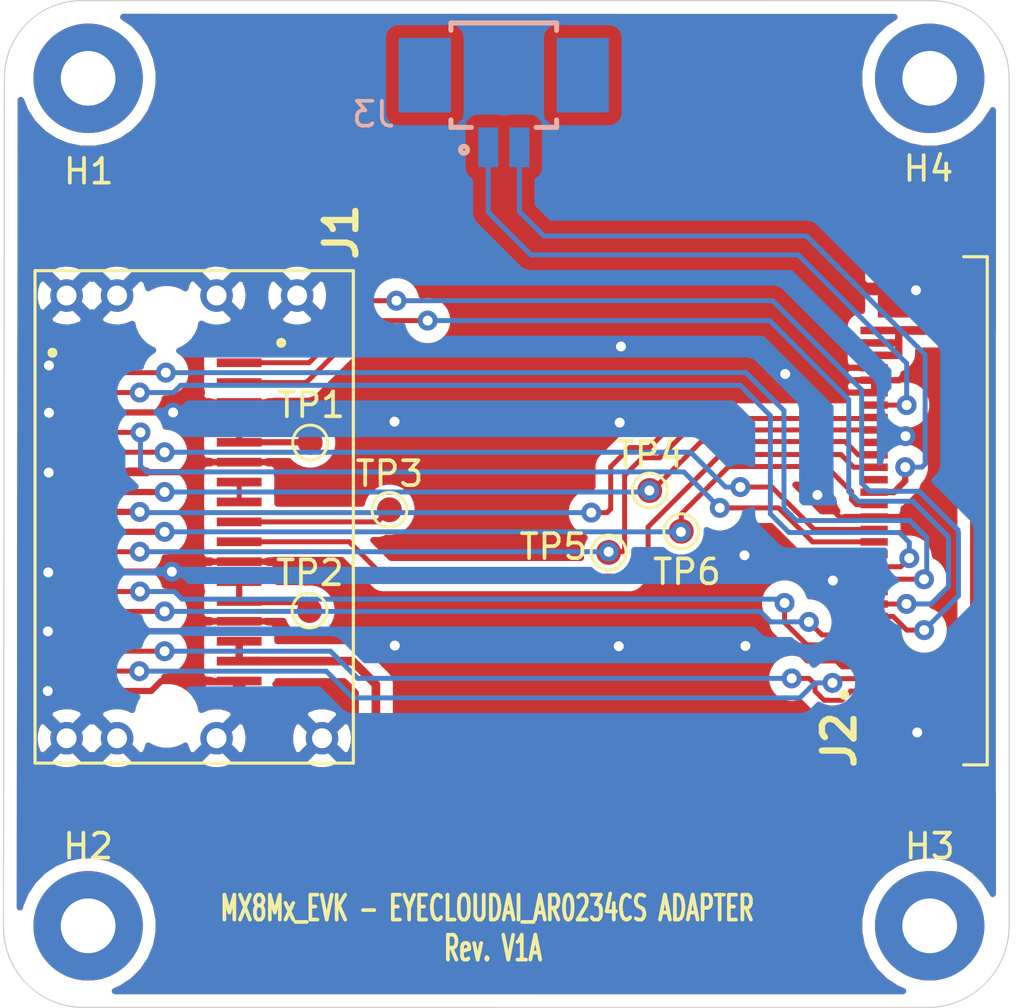
<source format=kicad_pcb>
(kicad_pcb (version 20171130) (host pcbnew 5.1.10-88a1d61d58~88~ubuntu18.04.1)

  (general
    (thickness 1.6)
    (drawings 9)
    (tracks 387)
    (zones 0)
    (modules 13)
    (nets 26)
  )

  (page A4)
  (layers
    (0 F.Cu signal)
    (31 B.Cu signal)
    (32 B.Adhes user)
    (33 F.Adhes user)
    (34 B.Paste user)
    (35 F.Paste user)
    (36 B.SilkS user)
    (37 F.SilkS user)
    (38 B.Mask user)
    (39 F.Mask user)
    (40 Dwgs.User user)
    (41 Cmts.User user)
    (42 Eco1.User user)
    (43 Eco2.User user)
    (44 Edge.Cuts user)
    (45 Margin user)
    (46 B.CrtYd user)
    (47 F.CrtYd user)
    (48 B.Fab user)
    (49 F.Fab user)
  )

  (setup
    (last_trace_width 0.2)
    (user_trace_width 0.16)
    (user_trace_width 0.2)
    (user_trace_width 0.3)
    (user_trace_width 0.35)
    (trace_clearance 0.2)
    (zone_clearance 0.508)
    (zone_45_only no)
    (trace_min 0.16)
    (via_size 0.8)
    (via_drill 0.4)
    (via_min_size 0.4)
    (via_min_drill 0.3)
    (uvia_size 0.3)
    (uvia_drill 0.1)
    (uvias_allowed no)
    (uvia_min_size 0.2)
    (uvia_min_drill 0.1)
    (edge_width 0.05)
    (segment_width 0.2)
    (pcb_text_width 0.3)
    (pcb_text_size 1.5 1.5)
    (mod_edge_width 0.12)
    (mod_text_size 1 1)
    (mod_text_width 0.15)
    (pad_size 4.4 4.4)
    (pad_drill 2.2)
    (pad_to_mask_clearance 0)
    (aux_axis_origin 0 0)
    (visible_elements FFFFFF7F)
    (pcbplotparams
      (layerselection 0x010f0_ffffffff)
      (usegerberextensions false)
      (usegerberattributes true)
      (usegerberadvancedattributes true)
      (creategerberjobfile true)
      (excludeedgelayer true)
      (linewidth 0.100000)
      (plotframeref false)
      (viasonmask false)
      (mode 1)
      (useauxorigin false)
      (hpglpennumber 1)
      (hpglpenspeed 20)
      (hpglpendiameter 15.000000)
      (psnegative false)
      (psa4output false)
      (plotreference true)
      (plotvalue true)
      (plotinvisibletext false)
      (padsonsilk false)
      (subtractmaskfromsilk false)
      (outputformat 1)
      (mirror false)
      (drillshape 0)
      (scaleselection 1)
      (outputdirectory "prod/V1A/"))
  )

  (net 0 "")
  (net 1 GND)
  (net 2 /CSI_DN0__SD_LVDS0_N)
  (net 3 /CSI_DP0__SD_LVDS0_P)
  (net 4 /CSI_DN1__SD_LVDS1_N)
  (net 5 /CSI_DP1__SD_LVDS1_P)
  (net 6 /CSI_nRST_1V8)
  (net 7 /CSI_DN2__SD_LVDS2_N)
  (net 8 /CSI_DP2__SD_LVDS2_P)
  (net 9 /CSI_DN3__SD_LVDS3_N)
  (net 10 /CSI_DP3__SD_LVDS3_P)
  (net 11 /CSI_CLK_N__SPCLK_LVDS0_N)
  (net 12 /CSI_CLK_P__SPCLK_LVDS0_P)
  (net 13 /CSI_PWDN_1V8)
  (net 14 +5V)
  (net 15 /TRIGGER)
  (net 16 /FRAME_VALID)
  (net 17 "Net-(J2-Pad21)")
  (net 18 "Net-(J2-Pad18)")
  (net 19 /CSI_SYNC_1V8)
  (net 20 /+1V8)
  (net 21 /+12V)
  (net 22 /+3V3)
  (net 23 /CSI_MCLK_1V8)
  (net 24 /I2C_SDA_1V8)
  (net 25 /I2C_SCL_1V8)

  (net_class Default "This is the default net class."
    (clearance 0.2)
    (trace_width 0.25)
    (via_dia 0.8)
    (via_drill 0.4)
    (uvia_dia 0.3)
    (uvia_drill 0.1)
    (add_net +5V)
    (add_net /+12V)
    (add_net /+1V8)
    (add_net /+3V3)
    (add_net /CSI_CLK_N__SPCLK_LVDS0_N)
    (add_net /CSI_CLK_P__SPCLK_LVDS0_P)
    (add_net /CSI_DN0__SD_LVDS0_N)
    (add_net /CSI_DN1__SD_LVDS1_N)
    (add_net /CSI_DN2__SD_LVDS2_N)
    (add_net /CSI_DN3__SD_LVDS3_N)
    (add_net /CSI_DP0__SD_LVDS0_P)
    (add_net /CSI_DP1__SD_LVDS1_P)
    (add_net /CSI_DP2__SD_LVDS2_P)
    (add_net /CSI_DP3__SD_LVDS3_P)
    (add_net /CSI_MCLK_1V8)
    (add_net /CSI_PWDN_1V8)
    (add_net /CSI_SYNC_1V8)
    (add_net /CSI_nRST_1V8)
    (add_net /FRAME_VALID)
    (add_net /I2C_SCL_1V8)
    (add_net /I2C_SDA_1V8)
    (add_net /TRIGGER)
    (add_net GND)
    (add_net "Net-(J2-Pad18)")
    (add_net "Net-(J2-Pad21)")
  )

  (module footprints:MOLEX_53261-0271 (layer B.Cu) (tedit 618D3B7C) (tstamp 618D7AD1)
    (at 122.428 79.0321)
    (path /618D8A69)
    (fp_text reference J3 (at -5.23682 1.57554 -180) (layer B.SilkS)
      (effects (font (size 1.000346 1.000346) (thickness 0.15)) (justify mirror))
    )
    (fp_text value 53261-0271 (at 5.168525 8.1656 -180) (layer B.Fab)
      (effects (font (size 1.000685 1.000685) (thickness 0.15)) (justify mirror))
    )
    (fp_line (start -2.125 2.1) (end 2.125 2.1) (layer B.Fab) (width 0.2))
    (fp_line (start 2.125 2.1) (end 2.125 1.1) (layer B.Fab) (width 0.2))
    (fp_line (start 2.125 1.1) (end 2.125 -1.7) (layer B.Fab) (width 0.2))
    (fp_line (start 2.125 -1.7) (end 2.125 -2.1) (layer B.Fab) (width 0.2))
    (fp_line (start 2.125 -2.1) (end -2.125 -2.1) (layer B.Fab) (width 0.2))
    (fp_line (start -2.125 -2.1) (end -2.125 -1.7) (layer B.Fab) (width 0.2))
    (fp_line (start -2.125 -1.7) (end -2.125 1.1) (layer B.Fab) (width 0.2))
    (fp_line (start -2.125 1.1) (end -2.125 2.1) (layer B.Fab) (width 0.2))
    (fp_line (start -2.125 1.1) (end -3.825 1.1) (layer B.Fab) (width 0.2))
    (fp_line (start -3.825 1.1) (end -3.825 -1.7) (layer B.Fab) (width 0.2))
    (fp_line (start -3.825 -1.7) (end -2.125 -1.7) (layer B.Fab) (width 0.2))
    (fp_line (start 2.125 1.1) (end 3.825 1.1) (layer B.Fab) (width 0.2))
    (fp_line (start 3.825 1.1) (end 3.825 -1.7) (layer B.Fab) (width 0.2))
    (fp_line (start 3.825 -1.7) (end 2.125 -1.7) (layer B.Fab) (width 0.2))
    (fp_line (start -2.125 2.1) (end -1.3 2.1) (layer B.SilkS) (width 0.2))
    (fp_line (start -2.125 2.1) (end -2.125 1.8) (layer B.SilkS) (width 0.2))
    (fp_line (start 2.125 2.1) (end 1.3 2.1) (layer B.SilkS) (width 0.2))
    (fp_line (start 2.125 2.1) (end 2.125 1.8) (layer B.SilkS) (width 0.2))
    (fp_line (start -2.125 -1.8) (end -2.125 -2.1) (layer B.SilkS) (width 0.2))
    (fp_line (start -2.125 -2.1) (end 2.125 -2.1) (layer B.SilkS) (width 0.2))
    (fp_line (start 2.125 -2.1) (end 2.125 -1.8) (layer B.SilkS) (width 0.2))
    (fp_circle (center -1.6 3) (end -1.458581 3) (layer B.SilkS) (width 0.2))
    (fp_line (start -1.3 3.95) (end 1.3 3.95) (layer B.CrtYd) (width 0.05))
    (fp_line (start 1.3 3.95) (end 1.3 2.4) (layer B.CrtYd) (width 0.05))
    (fp_line (start 1.3 2.4) (end 2.4 2.4) (layer B.CrtYd) (width 0.05))
    (fp_line (start 2.4 2.4) (end 2.4 1.75) (layer B.CrtYd) (width 0.05))
    (fp_line (start 2.4 1.75) (end 4.5 1.75) (layer B.CrtYd) (width 0.05))
    (fp_line (start 4.5 1.75) (end 4.5 -2.35) (layer B.CrtYd) (width 0.05))
    (fp_line (start 4.5 -2.35) (end -4.5 -2.35) (layer B.CrtYd) (width 0.05))
    (fp_line (start -4.5 -2.35) (end -4.5 1.75) (layer B.CrtYd) (width 0.05))
    (fp_line (start -4.5 1.75) (end -2.4 1.75) (layer B.CrtYd) (width 0.05))
    (fp_line (start -2.4 1.75) (end -2.4 2.4) (layer B.CrtYd) (width 0.05))
    (fp_line (start -2.4 2.4) (end -1.3 2.4) (layer B.CrtYd) (width 0.05))
    (fp_line (start -1.3 2.4) (end -1.3 3.95) (layer B.CrtYd) (width 0.05))
    (pad 2 smd rect (at 0.625 2.9) (size 0.8 1.6) (layers B.Cu B.Paste B.Mask)
      (net 15 /TRIGGER))
    (pad 1 smd rect (at -0.625 2.9) (size 0.8 1.6) (layers B.Cu B.Paste B.Mask)
      (net 16 /FRAME_VALID))
    (pad P2 smd rect (at 3.175 0) (size 2.1 3) (layers B.Cu B.Paste B.Mask))
    (pad P1 smd rect (at -3.175 0) (size 2.1 3) (layers B.Cu B.Paste B.Mask))
  )

  (module TestPoint:TestPoint_Pad_D1.0mm (layer F.Cu) (tedit 5A0F774F) (tstamp 618DD650)
    (at 126.6444 98.2218)
    (descr "SMD pad as test Point, diameter 1.0mm")
    (tags "test point SMD pad")
    (path /6193B248)
    (attr virtual)
    (fp_text reference TP5 (at -2.2225 -0.2286) (layer F.SilkS)
      (effects (font (size 1 1) (thickness 0.15)))
    )
    (fp_text value TestPoint (at 0 1.55) (layer F.Fab)
      (effects (font (size 1 1) (thickness 0.15)))
    )
    (fp_text user %R (at -2.2733 -0.2667) (layer F.Fab)
      (effects (font (size 1 1) (thickness 0.15)))
    )
    (fp_circle (center 0 0) (end 1 0) (layer F.CrtYd) (width 0.05))
    (fp_circle (center 0 0) (end 0 0.7) (layer F.SilkS) (width 0.12))
    (pad 1 smd circle (at 0 0) (size 1 1) (layers F.Cu F.Mask)
      (net 25 /I2C_SCL_1V8))
  )

  (module TestPoint:TestPoint_Pad_D1.0mm (layer F.Cu) (tedit 5A0F774F) (tstamp 618DD648)
    (at 129.5654 97.3709)
    (descr "SMD pad as test Point, diameter 1.0mm")
    (tags "test point SMD pad")
    (path /619382DF)
    (attr virtual)
    (fp_text reference TP6 (at 0.2286 1.6383) (layer F.SilkS)
      (effects (font (size 1 1) (thickness 0.15)))
    )
    (fp_text value TestPoint (at 0 1.55) (layer F.Fab)
      (effects (font (size 1 1) (thickness 0.15)))
    )
    (fp_text user %R (at 0.1651 1.6764) (layer F.Fab)
      (effects (font (size 1 1) (thickness 0.15)))
    )
    (fp_circle (center 0 0) (end 1 0) (layer F.CrtYd) (width 0.05))
    (fp_circle (center 0 0) (end 0 0.7) (layer F.SilkS) (width 0.12))
    (pad 1 smd circle (at 0 0) (size 1 1) (layers F.Cu F.Mask)
      (net 24 /I2C_SDA_1V8))
  )

  (module TestPoint:TestPoint_Pad_D1.0mm (layer F.Cu) (tedit 5A0F774F) (tstamp 618DD640)
    (at 128.2954 95.7326)
    (descr "SMD pad as test Point, diameter 1.0mm")
    (tags "test point SMD pad")
    (path /61935342)
    (attr virtual)
    (fp_text reference TP4 (at 0 -1.448) (layer F.SilkS)
      (effects (font (size 1 1) (thickness 0.15)))
    )
    (fp_text value TestPoint (at 0 1.55) (layer F.Fab)
      (effects (font (size 1 1) (thickness 0.15)))
    )
    (fp_text user %R (at 0 -1.45) (layer F.Fab)
      (effects (font (size 1 1) (thickness 0.15)))
    )
    (fp_circle (center 0 0) (end 1 0) (layer F.CrtYd) (width 0.05))
    (fp_circle (center 0 0) (end 0 0.7) (layer F.SilkS) (width 0.12))
    (pad 1 smd circle (at 0 0) (size 1 1) (layers F.Cu F.Mask)
      (net 23 /CSI_MCLK_1V8))
  )

  (module TestPoint:TestPoint_Pad_D1.0mm (layer F.Cu) (tedit 5A0F774F) (tstamp 618DC4AF)
    (at 114.6175 100.5586)
    (descr "SMD pad as test Point, diameter 1.0mm")
    (tags "test point SMD pad")
    (path /6192C494)
    (attr virtual)
    (fp_text reference TP2 (at 0.0127 -1.5113) (layer F.SilkS)
      (effects (font (size 1 1) (thickness 0.15)))
    )
    (fp_text value TestPoint (at 0 1.55) (layer F.Fab)
      (effects (font (size 1 1) (thickness 0.15)))
    )
    (fp_text user %R (at 0 -1.4986) (layer F.Fab)
      (effects (font (size 1 1) (thickness 0.15)))
    )
    (fp_circle (center 0 0) (end 1 0) (layer F.CrtYd) (width 0.05))
    (fp_circle (center 0 0) (end 0 0.7) (layer F.SilkS) (width 0.12))
    (pad 1 smd circle (at 0 0) (size 1 1) (layers F.Cu F.Mask)
      (net 22 /+3V3))
  )

  (module TestPoint:TestPoint_Pad_D1.0mm (layer F.Cu) (tedit 5A0F774F) (tstamp 618DC4A7)
    (at 114.6429 93.8022)
    (descr "SMD pad as test Point, diameter 1.0mm")
    (tags "test point SMD pad")
    (path /61929544)
    (attr virtual)
    (fp_text reference TP1 (at 0.0381 -1.5113) (layer F.SilkS)
      (effects (font (size 1 1) (thickness 0.15)))
    )
    (fp_text value TestPoint (at 0 1.55) (layer F.Fab)
      (effects (font (size 1 1) (thickness 0.15)))
    )
    (fp_text user %R (at 0.0381 -1.5113) (layer F.Fab)
      (effects (font (size 1 1) (thickness 0.15)))
    )
    (fp_circle (center 0 0) (end 1 0) (layer F.CrtYd) (width 0.05))
    (fp_circle (center 0 0) (end 0 0.7) (layer F.SilkS) (width 0.12))
    (pad 1 smd circle (at 0 0) (size 1 1) (layers F.Cu F.Mask)
      (net 20 /+1V8))
  )

  (module footprints:TE_1888863-4 (layer F.Cu) (tedit 5F360A12) (tstamp 60AB6FAC)
    (at 108.8794 96.7935 270)
    (path /60AAB188)
    (fp_text reference J1 (at -11.45458 -7.00556 90) (layer F.SilkS)
      (effects (font (size 1.27 1.27) (thickness 0.254)))
    )
    (fp_text value 1888863-4 (at -0.95 5.29 90) (layer F.Fab)
      (effects (font (size 1 1) (thickness 0.015)))
    )
    (fp_poly (pts (xy -9.15 -4.58) (xy -8.65 -4.58) (xy -8.65 -2.66) (xy -9.15 -2.66)) (layer Dwgs.User) (width 0.01))
    (fp_poly (pts (xy -9.15 -1.34) (xy -8.65 -1.34) (xy -8.65 1.34) (xy -9.15 1.34)) (layer Dwgs.User) (width 0.01))
    (fp_poly (pts (xy -9.15 2.66) (xy -8.65 2.66) (xy -8.65 3.37) (xy -9.15 3.37)) (layer Dwgs.User) (width 0.01))
    (fp_poly (pts (xy -9.15 4.69) (xy -8.65 4.69) (xy -8.65 5.3) (xy -9.15 5.3)) (layer Dwgs.User) (width 0.01))
    (fp_poly (pts (xy -9.15 -7.5) (xy -8.65 -7.5) (xy -8.65 -5.9) (xy -9.15 -5.9)) (layer Dwgs.User) (width 0.01))
    (fp_poly (pts (xy -9.15 -7.5) (xy -8.65 -7.5) (xy -8.65 -5.9) (xy -9.15 -5.9)) (layer Dwgs.User) (width 0.01))
    (fp_poly (pts (xy -9.15 -4.58) (xy -8.65 -4.58) (xy -8.65 -2.66) (xy -9.15 -2.66)) (layer Dwgs.User) (width 0.01))
    (fp_poly (pts (xy -9.15 -1.34) (xy -8.65 -1.34) (xy -8.65 1.34) (xy -9.15 1.34)) (layer Dwgs.User) (width 0.01))
    (fp_poly (pts (xy -9.15 2.66) (xy -8.65 2.66) (xy -8.65 3.37) (xy -9.15 3.37)) (layer Dwgs.User) (width 0.01))
    (fp_poly (pts (xy -9.15 4.69) (xy -8.65 4.69) (xy -8.65 5.3) (xy -9.15 5.3)) (layer Dwgs.User) (width 0.01))
    (fp_poly (pts (xy 8.65 -5.58) (xy 9.15 -5.58) (xy 9.15 -2.66) (xy 8.65 -2.66)) (layer Dwgs.User) (width 0.01))
    (fp_poly (pts (xy 8.65 -1.34) (xy 9.15 -1.34) (xy 9.15 1.34) (xy 8.65 1.34)) (layer Dwgs.User) (width 0.01))
    (fp_poly (pts (xy 8.65 2.66) (xy 9.15 2.66) (xy 9.15 3.37) (xy 8.65 3.37)) (layer Dwgs.User) (width 0.01))
    (fp_poly (pts (xy 8.65 4.69) (xy 9.15 4.69) (xy 9.15 5.3) (xy 8.65 5.3)) (layer Dwgs.User) (width 0.01))
    (fp_poly (pts (xy 8.65 -7.5) (xy 9.15 -7.5) (xy 9.15 -6.9) (xy 8.65 -6.9)) (layer Dwgs.User) (width 0.01))
    (fp_poly (pts (xy 8.65 -7.5) (xy 9.15 -7.5) (xy 9.15 -6.9) (xy 8.65 -6.9)) (layer Dwgs.User) (width 0.01))
    (fp_poly (pts (xy 8.65 -5.58) (xy 9.15 -5.58) (xy 9.15 -2.66) (xy 8.65 -2.66)) (layer Dwgs.User) (width 0.01))
    (fp_poly (pts (xy 8.65 -1.34) (xy 9.15 -1.34) (xy 9.15 1.34) (xy 8.65 1.34)) (layer Dwgs.User) (width 0.01))
    (fp_poly (pts (xy 8.65 2.66) (xy 9.15 2.66) (xy 9.15 3.37) (xy 8.65 3.37)) (layer Dwgs.User) (width 0.01))
    (fp_poly (pts (xy 8.65 4.69) (xy 9.15 4.69) (xy 9.15 5.3) (xy 8.65 5.3)) (layer Dwgs.User) (width 0.01))
    (fp_line (start -9.9 -7.5) (end 9.9 -7.5) (layer F.Fab) (width 0.127))
    (fp_line (start 9.9 -7.5) (end 9.9 5.3) (layer F.Fab) (width 0.127))
    (fp_line (start 9.9 5.3) (end -9.9 5.3) (layer F.Fab) (width 0.127))
    (fp_line (start -9.9 5.3) (end -9.9 -7.5) (layer F.Fab) (width 0.127))
    (fp_line (start -9.9 5.3) (end -9.9 -7.5) (layer F.SilkS) (width 0.127))
    (fp_line (start -9.9 -7.5) (end 9.9 -7.5) (layer F.SilkS) (width 0.127))
    (fp_line (start 9.9 -7.5) (end 9.9 5.3) (layer F.SilkS) (width 0.127))
    (fp_line (start 9.9 5.3) (end -9.9 5.3) (layer F.SilkS) (width 0.127))
    (fp_circle (center -6.6 4.6) (end -6.5 4.6) (layer F.SilkS) (width 0.2))
    (fp_circle (center -6.6 4.6) (end -6.5 4.6) (layer F.Fab) (width 0.2))
    (fp_circle (center -7 -4.6) (end -6.9 -4.6) (layer F.SilkS) (width 0.2))
    (fp_circle (center -7 -4.6) (end -6.9 -4.6) (layer F.Fab) (width 0.2))
    (fp_line (start -10.15 -7.75) (end 10.15 -7.75) (layer F.CrtYd) (width 0.05))
    (fp_line (start 10.15 -7.75) (end 10.15 5.55) (layer F.CrtYd) (width 0.05))
    (fp_line (start 10.15 5.55) (end -10.15 5.55) (layer F.CrtYd) (width 0.05))
    (fp_line (start -10.15 5.55) (end -10.15 -7.75) (layer F.CrtYd) (width 0.05))
    (fp_text user B1 (at -7.8 -4 90) (layer F.Fab)
      (effects (font (size 0.32 0.32) (thickness 0.015)))
    )
    (fp_text user A1 (at -7.5 4.4 90) (layer F.Fab)
      (effects (font (size 0.32 0.32) (thickness 0.015)))
    )
    (pad None np_thru_hole circle (at -8 0 270) (size 1.55 1.55) (drill 1.55) (layers *.Cu *.Mask))
    (pad None np_thru_hole circle (at 8 0 270) (size 1.55 1.55) (drill 1.55) (layers *.Cu *.Mask))
    (pad B1 smd rect (at -7 -2.91 270) (size 0.35 1.8) (layers F.Cu F.Paste F.Mask)
      (net 1 GND))
    (pad B2 smd rect (at -6.2 -2.91 270) (size 0.35 1.8) (layers F.Cu F.Paste F.Mask)
      (net 11 /CSI_CLK_N__SPCLK_LVDS0_N))
    (pad B3 smd rect (at -5.4 -2.91 270) (size 0.35 1.8) (layers F.Cu F.Paste F.Mask)
      (net 12 /CSI_CLK_P__SPCLK_LVDS0_P))
    (pad B4 smd rect (at -4.6 -2.91 270) (size 0.35 1.8) (layers F.Cu F.Paste F.Mask)
      (net 1 GND))
    (pad B5 smd rect (at -3.8 -2.91 270) (size 0.35 1.8) (layers F.Cu F.Paste F.Mask)
      (net 20 /+1V8))
    (pad B6 smd rect (at -3 -2.91 270) (size 0.35 1.8) (layers F.Cu F.Paste F.Mask)
      (net 20 /+1V8))
    (pad B7 smd rect (at -2.2 -2.91 270) (size 0.35 1.8) (layers F.Cu F.Paste F.Mask)
      (net 1 GND))
    (pad B8 smd rect (at -1.4 -2.91 270) (size 0.35 1.8) (layers F.Cu F.Paste F.Mask)
      (net 21 /+12V))
    (pad B9 smd rect (at -0.6 -2.91 270) (size 0.35 1.8) (layers F.Cu F.Paste F.Mask)
      (net 21 /+12V))
    (pad B10 smd rect (at 0.2 -2.91 270) (size 0.35 1.8) (layers F.Cu F.Paste F.Mask)
      (net 19 /CSI_SYNC_1V8))
    (pad B11 smd rect (at 1 -2.91 270) (size 0.35 1.8) (layers F.Cu F.Paste F.Mask)
      (net 13 /CSI_PWDN_1V8))
    (pad B12 smd rect (at 1.8 -2.91 270) (size 0.35 1.8) (layers F.Cu F.Paste F.Mask)
      (net 1 GND))
    (pad B13 smd rect (at 2.6 -2.91 270) (size 0.35 1.8) (layers F.Cu F.Paste F.Mask)
      (net 22 /+3V3))
    (pad B14 smd rect (at 3.4 -2.91 270) (size 0.35 1.8) (layers F.Cu F.Paste F.Mask)
      (net 22 /+3V3))
    (pad B15 smd rect (at 4.2 -2.91 270) (size 0.35 1.8) (layers F.Cu F.Paste F.Mask)
      (net 1 GND))
    (pad B16 smd rect (at 5 -2.91 270) (size 0.35 1.8) (layers F.Cu F.Paste F.Mask)
      (net 14 +5V))
    (pad B17 smd rect (at 5.8 -2.91 270) (size 0.35 1.8) (layers F.Cu F.Paste F.Mask)
      (net 14 +5V))
    (pad B18 smd rect (at 6.6 -2.91 270) (size 0.35 1.8) (layers F.Cu F.Paste F.Mask)
      (net 1 GND))
    (pad A1 smd rect (at -6.6 2.91 270) (size 0.35 1.8) (layers F.Cu F.Paste F.Mask)
      (net 1 GND))
    (pad A2 smd rect (at -5.8 2.91 270) (size 0.35 1.8) (layers F.Cu F.Paste F.Mask)
      (net 2 /CSI_DN0__SD_LVDS0_N))
    (pad A3 smd rect (at -5 2.91 270) (size 0.35 1.8) (layers F.Cu F.Paste F.Mask)
      (net 3 /CSI_DP0__SD_LVDS0_P))
    (pad A4 smd rect (at -4.2 2.91 270) (size 0.35 1.8) (layers F.Cu F.Paste F.Mask)
      (net 1 GND))
    (pad A5 smd rect (at -3.4 2.91 270) (size 0.35 1.8) (layers F.Cu F.Paste F.Mask)
      (net 4 /CSI_DN1__SD_LVDS1_N))
    (pad A6 smd rect (at -2.6 2.91 270) (size 0.35 1.8) (layers F.Cu F.Paste F.Mask)
      (net 5 /CSI_DP1__SD_LVDS1_P))
    (pad A7 smd rect (at -1.8 2.91 270) (size 0.35 1.8) (layers F.Cu F.Paste F.Mask)
      (net 1 GND))
    (pad A8 smd rect (at -1 2.91 270) (size 0.35 1.8) (layers F.Cu F.Paste F.Mask)
      (net 23 /CSI_MCLK_1V8))
    (pad A9 smd rect (at -0.2 2.91 270) (size 0.35 1.8) (layers F.Cu F.Paste F.Mask)
      (net 6 /CSI_nRST_1V8))
    (pad A10 smd rect (at 0.6 2.91 270) (size 0.35 1.8) (layers F.Cu F.Paste F.Mask)
      (net 24 /I2C_SDA_1V8))
    (pad A11 smd rect (at 1.4 2.91 270) (size 0.35 1.8) (layers F.Cu F.Paste F.Mask)
      (net 25 /I2C_SCL_1V8))
    (pad A12 smd rect (at 2.2 2.91 270) (size 0.35 1.8) (layers F.Cu F.Paste F.Mask)
      (net 1 GND))
    (pad A13 smd rect (at 3 2.91 270) (size 0.35 1.8) (layers F.Cu F.Paste F.Mask)
      (net 7 /CSI_DN2__SD_LVDS2_N))
    (pad A14 smd rect (at 3.8 2.91 270) (size 0.35 1.8) (layers F.Cu F.Paste F.Mask)
      (net 8 /CSI_DP2__SD_LVDS2_P))
    (pad A15 smd rect (at 4.6 2.91 270) (size 0.35 1.8) (layers F.Cu F.Paste F.Mask)
      (net 1 GND))
    (pad A16 smd rect (at 5.4 2.91 270) (size 0.35 1.8) (layers F.Cu F.Paste F.Mask)
      (net 9 /CSI_DN3__SD_LVDS3_N))
    (pad A17 smd rect (at 6.2 2.91 270) (size 0.35 1.8) (layers F.Cu F.Paste F.Mask)
      (net 10 /CSI_DP3__SD_LVDS3_P))
    (pad A18 smd rect (at 7 2.91 270) (size 0.35 1.8) (layers F.Cu F.Paste F.Mask)
      (net 1 GND))
    (pad S1 thru_hole circle (at -8.9 -5.24 270) (size 1.308 1.308) (drill 0.8) (layers *.Cu *.Mask)
      (net 1 GND))
    (pad S2 thru_hole circle (at -8.9 -2 270) (size 1.308 1.308) (drill 0.8) (layers *.Cu *.Mask)
      (net 1 GND))
    (pad S3 thru_hole circle (at -8.9 2 270) (size 1.308 1.308) (drill 0.8) (layers *.Cu *.Mask)
      (net 1 GND))
    (pad S4 thru_hole circle (at -8.9 4.03 270) (size 1.308 1.308) (drill 0.8) (layers *.Cu *.Mask)
      (net 1 GND))
    (pad S5 thru_hole circle (at 8.9 -6.24 270) (size 1.308 1.308) (drill 0.8) (layers *.Cu *.Mask)
      (net 1 GND))
    (pad S6 thru_hole circle (at 8.9 -2 270) (size 1.308 1.308) (drill 0.8) (layers *.Cu *.Mask)
      (net 1 GND))
    (pad S7 thru_hole circle (at 8.9 2 270) (size 1.308 1.308) (drill 0.8) (layers *.Cu *.Mask)
      (net 1 GND))
    (pad S8 thru_hole circle (at 8.9 4.03 270) (size 1.308 1.308) (drill 0.8) (layers *.Cu *.Mask)
      (net 1 GND))
    (model /home/khang/Workspace/Dev/Dynimlabs/dynim_imx8_camera_adapters/libraries/KiCad/Connectors/TE/1888863-4/1888863-4/c-1888863-4-a-3d.stp
      (offset (xyz 0 0 9))
      (scale (xyz 1 1 1))
      (rotate (xyz 0 0 0))
    )
    (model ${KIPRJMOD}/3d_models/c-1888863-4-a-3d.stp
      (offset (xyz 0 0 9))
      (scale (xyz 1 1 1))
      (rotate (xyz 0 0 0))
    )
  )

  (module TestPoint:TestPoint_Pad_D1.0mm (layer F.Cu) (tedit 5A0F774F) (tstamp 610DF087)
    (at 117.8306 96.5073)
    (descr "SMD pad as test Point, diameter 1.0mm")
    (tags "test point SMD pad")
    (path /610FA21D)
    (attr virtual)
    (fp_text reference TP3 (at 0 -1.448) (layer F.SilkS)
      (effects (font (size 1 1) (thickness 0.15)))
    )
    (fp_text value TestPoint (at 0 1.55) (layer F.Fab)
      (effects (font (size 1 1) (thickness 0.15)))
    )
    (fp_circle (center 0 0) (end 1 0) (layer F.CrtYd) (width 0.05))
    (fp_circle (center 0 0) (end 0 0.7) (layer F.SilkS) (width 0.12))
    (fp_text user %R (at 0 -1.45) (layer F.Fab)
      (effects (font (size 1 1) (thickness 0.15)))
    )
    (pad 1 smd circle (at 0 0) (size 1 1) (layers F.Cu F.Mask)
      (net 19 /CSI_SYNC_1V8))
  )

  (module footprints:TE_3-1734592-0 (layer F.Cu) (tedit 618C70F5) (tstamp 618CDD8F)
    (at 137.31748 96.54794 90)
    (path /618E32A6)
    (fp_text reference J2 (at -9.21766 -1.40208 90) (layer F.SilkS)
      (effects (font (size 1.27 1.27) (thickness 0.254)))
    )
    (fp_text value 3-1734592-0 (at -4.5104 5.4064 90) (layer F.Fab)
      (effects (font (size 0.64 0.64) (thickness 0.15)))
    )
    (fp_circle (center -7.4 -1.2) (end -7.3 -1.2) (layer F.SilkS) (width 0.2))
    (fp_circle (center -7.4 -1.2) (end -7.3 -1.2) (layer F.Fab) (width 0.2))
    (fp_line (start -10.215 0.15) (end -10.215 4.55) (layer F.Fab) (width 0.127))
    (fp_line (start -10.215 4.55) (end 10.215 4.55) (layer F.Fab) (width 0.127))
    (fp_line (start 10.215 4.55) (end 10.215 0.15) (layer F.Fab) (width 0.127))
    (fp_line (start 10.215 0.15) (end -10.215 0.15) (layer F.Fab) (width 0.127))
    (fp_line (start -10.215 4.55) (end 10.215 4.55) (layer F.SilkS) (width 0.127))
    (fp_line (start 10.215 4.55) (end 10.215 3.6) (layer F.SilkS) (width 0.127))
    (fp_line (start -10.215 4.55) (end -10.215 3.6) (layer F.SilkS) (width 0.127))
    (fp_line (start -10.465 -0.8) (end -10.465 4.8) (layer F.CrtYd) (width 0.05))
    (fp_line (start -10.465 4.8) (end 10.465 4.8) (layer F.CrtYd) (width 0.05))
    (fp_line (start 10.465 4.8) (end 10.465 -0.8) (layer F.CrtYd) (width 0.05))
    (fp_line (start 10.465 -0.8) (end -10.465 -0.8) (layer F.CrtYd) (width 0.05))
    (pad 30 smd rect (at 7.25 0 90) (size 0.3 1.1) (layers F.Cu F.Paste F.Mask)
      (net 14 +5V))
    (pad 29 smd rect (at 6.75 0 90) (size 0.3 1.1) (layers F.Cu F.Paste F.Mask)
      (net 14 +5V))
    (pad 28 smd rect (at 6.25 0 90) (size 0.3 1.1) (layers F.Cu F.Paste F.Mask)
      (net 14 +5V))
    (pad 27 smd rect (at 5.75 0 90) (size 0.3 1.1) (layers F.Cu F.Paste F.Mask)
      (net 1 GND))
    (pad 26 smd rect (at 5.25 0 90) (size 0.3 1.1) (layers F.Cu F.Paste F.Mask)
      (net 1 GND))
    (pad 25 smd rect (at 4.75 0 90) (size 0.3 1.1) (layers F.Cu F.Paste F.Mask)
      (net 1 GND))
    (pad 24 smd rect (at 4.25 0 90) (size 0.3 1.1) (layers F.Cu F.Paste F.Mask)
      (net 16 /FRAME_VALID))
    (pad 23 smd rect (at 3.75 0 90) (size 0.3 1.1) (layers F.Cu F.Paste F.Mask)
      (net 6 /CSI_nRST_1V8))
    (pad 22 smd rect (at 3.25 0 90) (size 0.3 1.1) (layers F.Cu F.Paste F.Mask)
      (net 25 /I2C_SCL_1V8))
    (pad 21 smd rect (at 2.75 0 90) (size 0.3 1.1) (layers F.Cu F.Paste F.Mask)
      (net 17 "Net-(J2-Pad21)"))
    (pad 20 smd rect (at 2.25 0 90) (size 0.3 1.1) (layers F.Cu F.Paste F.Mask)
      (net 23 /CSI_MCLK_1V8))
    (pad 19 smd rect (at 1.75 0 90) (size 0.3 1.1) (layers F.Cu F.Paste F.Mask)
      (net 13 /CSI_PWDN_1V8))
    (pad 18 smd rect (at 1.25 0 90) (size 0.3 1.1) (layers F.Cu F.Paste F.Mask)
      (net 18 "Net-(J2-Pad18)"))
    (pad 17 smd rect (at 0.75 0 90) (size 0.3 1.1) (layers F.Cu F.Paste F.Mask)
      (net 15 /TRIGGER))
    (pad 16 smd rect (at 0.25 0 90) (size 0.3 1.1) (layers F.Cu F.Paste F.Mask)
      (net 24 /I2C_SDA_1V8))
    (pad 15 smd rect (at -0.25 0 90) (size 0.3 1.1) (layers F.Cu F.Paste F.Mask)
      (net 1 GND))
    (pad 14 smd rect (at -0.75 0 90) (size 0.3 1.1) (layers F.Cu F.Paste F.Mask)
      (net 5 /CSI_DP1__SD_LVDS1_P))
    (pad 13 smd rect (at -1.25 0 90) (size 0.3 1.1) (layers F.Cu F.Paste F.Mask)
      (net 4 /CSI_DN1__SD_LVDS1_N))
    (pad 12 smd rect (at -1.75 0 90) (size 0.3 1.1) (layers F.Cu F.Paste F.Mask)
      (net 1 GND))
    (pad 11 smd rect (at -2.25 0 90) (size 0.3 1.1) (layers F.Cu F.Paste F.Mask)
      (net 3 /CSI_DP0__SD_LVDS0_P))
    (pad 10 smd rect (at -2.75 0 90) (size 0.3 1.1) (layers F.Cu F.Paste F.Mask)
      (net 2 /CSI_DN0__SD_LVDS0_N))
    (pad 9 smd rect (at -3.25 0 90) (size 0.3 1.1) (layers F.Cu F.Paste F.Mask)
      (net 1 GND))
    (pad 8 smd rect (at -3.75 0 90) (size 0.3 1.1) (layers F.Cu F.Paste F.Mask)
      (net 12 /CSI_CLK_P__SPCLK_LVDS0_P))
    (pad 7 smd rect (at -4.25 0 90) (size 0.3 1.1) (layers F.Cu F.Paste F.Mask)
      (net 11 /CSI_CLK_N__SPCLK_LVDS0_N))
    (pad S1 smd rect (at -8.92 1.7 90) (size 2.3 3.1) (layers F.Cu F.Paste F.Mask)
      (net 1 GND))
    (pad S2 smd rect (at 8.92 1.7 90) (size 2.3 3.1) (layers F.Cu F.Paste F.Mask)
      (net 1 GND))
    (pad 6 smd rect (at -4.75 0 90) (size 0.3 1.1) (layers F.Cu F.Paste F.Mask)
      (net 1 GND))
    (pad 5 smd rect (at -5.25 0 90) (size 0.3 1.1) (layers F.Cu F.Paste F.Mask)
      (net 8 /CSI_DP2__SD_LVDS2_P))
    (pad 4 smd rect (at -5.75 0 90) (size 0.3 1.1) (layers F.Cu F.Paste F.Mask)
      (net 7 /CSI_DN2__SD_LVDS2_N))
    (pad 3 smd rect (at -6.25 0 90) (size 0.3 1.1) (layers F.Cu F.Paste F.Mask)
      (net 1 GND))
    (pad 2 smd rect (at -6.75 0 90) (size 0.3 1.1) (layers F.Cu F.Paste F.Mask)
      (net 10 /CSI_DP3__SD_LVDS3_P))
    (pad 1 smd rect (at -7.25 0 90) (size 0.3 1.1) (layers F.Cu F.Paste F.Mask)
      (net 9 /CSI_DN3__SD_LVDS3_N))
    (model ${KIPRJMOD}/3d_models/3-1734592-0.step
      (offset (xyz 0 -5 1))
      (scale (xyz 1 1 1))
      (rotate (xyz -90 0 0))
    )
  )

  (module MountingHole:MountingHole_2.2mm_M2_Pad (layer F.Cu) (tedit 56D1B4CB) (tstamp 60ABCE35)
    (at 139.55268 79.1591)
    (descr "Mounting Hole 2.2mm, M2")
    (tags "mounting hole 2.2mm m2")
    (path /60CC780D)
    (attr virtual)
    (fp_text reference H4 (at -0.0508 3.6322) (layer F.SilkS)
      (effects (font (size 1 1) (thickness 0.15)))
    )
    (fp_text value MountingHole (at -7.63524 -0.05588) (layer F.Fab)
      (effects (font (size 1 1) (thickness 0.15)))
    )
    (fp_circle (center 0 0) (end 2.45 0) (layer F.CrtYd) (width 0.05))
    (fp_circle (center 0 0) (end 2.2 0) (layer Cmts.User) (width 0.15))
    (fp_text user %R (at 0.3 0) (layer F.Fab)
      (effects (font (size 1 1) (thickness 0.15)))
    )
    (pad 1 thru_hole circle (at 0 0) (size 4.4 4.4) (drill 2.2) (layers *.Cu *.Mask))
  )

  (module MountingHole:MountingHole_2.2mm_M2_Pad (layer F.Cu) (tedit 56D1B4CB) (tstamp 60ABCE2D)
    (at 139.55268 113.23574)
    (descr "Mounting Hole 2.2mm, M2")
    (tags "mounting hole 2.2mm m2")
    (path /60CC7807)
    (attr virtual)
    (fp_text reference H3 (at 0 -3.2) (layer F.SilkS)
      (effects (font (size 1 1) (thickness 0.15)))
    )
    (fp_text value MountingHole (at -7.88416 -0.25654) (layer F.Fab)
      (effects (font (size 1 1) (thickness 0.15)))
    )
    (fp_circle (center 0 0) (end 2.45 0) (layer F.CrtYd) (width 0.05))
    (fp_circle (center 0 0) (end 2.2 0) (layer Cmts.User) (width 0.15))
    (fp_text user %R (at 0.3 0) (layer F.Fab)
      (effects (font (size 1 1) (thickness 0.15)))
    )
    (pad 1 thru_hole circle (at 0 0) (size 4.4 4.4) (drill 2.2) (layers *.Cu *.Mask))
  )

  (module MountingHole:MountingHole_2.2mm_M2_Pad (layer F.Cu) (tedit 56D1B4CB) (tstamp 60ABADE0)
    (at 105.7148 113.23574)
    (descr "Mounting Hole 2.2mm, M2")
    (tags "mounting hole 2.2mm m2")
    (path /60AE35B5)
    (attr virtual)
    (fp_text reference H2 (at 0 -3.2) (layer F.SilkS)
      (effects (font (size 1 1) (thickness 0.15)))
    )
    (fp_text value MountingHole (at 7.46252 -0.14224) (layer F.Fab)
      (effects (font (size 1 1) (thickness 0.15)))
    )
    (fp_circle (center 0 0) (end 2.45 0) (layer F.CrtYd) (width 0.05))
    (fp_circle (center 0 0) (end 2.2 0) (layer Cmts.User) (width 0.15))
    (fp_text user %R (at 0.3 0) (layer F.Fab)
      (effects (font (size 1 1) (thickness 0.15)))
    )
    (pad 1 thru_hole circle (at 0 0) (size 4.4 4.4) (drill 2.2) (layers *.Cu *.Mask))
  )

  (module MountingHole:MountingHole_2.2mm_M2_Pad (layer F.Cu) (tedit 56D1B4CB) (tstamp 60ABADD8)
    (at 105.7148 79.1591)
    (descr "Mounting Hole 2.2mm, M2")
    (tags "mounting hole 2.2mm m2")
    (path /60AE2E30)
    (attr virtual)
    (fp_text reference H1 (at 0.0254 3.74142 180) (layer F.SilkS)
      (effects (font (size 1 1) (thickness 0.15)))
    )
    (fp_text value MountingHole (at 7.6708 0.02794) (layer F.Fab)
      (effects (font (size 1 1) (thickness 0.15)))
    )
    (fp_circle (center 0 0) (end 2.45 0) (layer F.CrtYd) (width 0.05))
    (fp_circle (center 0 0) (end 2.2 0) (layer Cmts.User) (width 0.15))
    (fp_text user %R (at 0.3 0) (layer F.Fab)
      (effects (font (size 1 1) (thickness 0.15)))
    )
    (pad 1 thru_hole circle (at 0 0) (size 4.4 4.4) (drill 2.2) (layers *.Cu *.Mask))
  )

  (gr_text "MX8Mx_EVK - EYECLOUDAI_AR0234CS ADAPTER\n Rev. V1A" (at 121.76506 113.3348) (layer F.SilkS)
    (effects (font (size 1 0.6) (thickness 0.15)))
  )
  (gr_arc (start 139.46124 113.2332) (end 139.46124 116.51996) (angle -90) (layer Edge.Cuts) (width 0.05))
  (gr_arc (start 105.53192 113.2967) (end 102.3112 113.29924) (angle -89.95481406) (layer Edge.Cuts) (width 0.05))
  (gr_arc (start 105.45826 79.14386) (end 105.45826 76.0349) (angle -90) (layer Edge.Cuts) (width 0.05))
  (gr_arc (start 139.61872 79.16672) (end 142.748 79.16164) (angle -90) (layer Edge.Cuts) (width 0.05))
  (gr_line (start 142.748 79.16164) (end 142.748 113.2332) (layer Edge.Cuts) (width 0.05))
  (gr_line (start 105.45826 76.0349) (end 139.61364 76.03744) (layer Edge.Cuts) (width 0.05) (tstamp 60ABACA2))
  (gr_line (start 102.3112 113.29924) (end 102.3493 79.14386) (layer Edge.Cuts) (width 0.05))
  (gr_line (start 139.46124 116.51996) (end 105.53192 116.517421) (layer Edge.Cuts) (width 0.05))

  (via (at 139.0523 105.4608) (size 0.8) (drill 0.4) (layers F.Cu B.Cu) (net 1))
  (via (at 139.0015 87.6808) (size 0.8) (drill 0.4) (layers F.Cu B.Cu) (net 1))
  (via (at 132.1435 101.981) (size 0.8) (drill 0.4) (layers F.Cu B.Cu) (net 1))
  (segment (start 105.9694 89.2135) (end 105.9894 89.1935) (width 0.25) (layer F.Cu) (net 1))
  (segment (start 105.9694 90.1935) (end 105.9694 89.2135) (width 0.25) (layer F.Cu) (net 1) (status 10))
  (segment (start 105.9694 94.9935) (end 107.7894 94.9935) (width 0.25) (layer F.Cu) (net 1) (status 10))
  (segment (start 105.9694 101.3935) (end 107.7894 101.3935) (width 0.25) (layer F.Cu) (net 1) (status 10))
  (segment (start 105.9694 92.5935) (end 107.008 92.5935) (width 0.2) (layer F.Cu) (net 1))
  (segment (start 109.90778 100.9935) (end 111.7894 100.9935) (width 0.25) (layer F.Cu) (net 1))
  (segment (start 110.10274 94.5935) (end 110.10392 94.59232) (width 0.25) (layer F.Cu) (net 1))
  (via (at 104.12984 95.01124) (size 0.8) (drill 0.4) (layers F.Cu B.Cu) (net 1))
  (via (at 104.14 92.6084) (size 0.8) (drill 0.4) (layers F.Cu B.Cu) (net 1))
  (via (at 104.10952 99.02444) (size 0.8) (drill 0.4) (layers F.Cu B.Cu) (net 1))
  (via (at 104.09174 103.79456) (size 0.8) (drill 0.4) (layers F.Cu B.Cu) (net 1))
  (via (at 104.14 90.7034) (size 0.8) (drill 0.4) (layers F.Cu B.Cu) (net 1))
  (via (at 104.09682 101.3968) (size 0.8) (drill 0.4) (layers F.Cu B.Cu) (net 1))
  (segment (start 104.1679 94.9935) (end 104.14 95.0214) (width 0.25) (layer F.Cu) (net 1))
  (segment (start 107.7894 94.9935) (end 104.1679 94.9935) (width 0.25) (layer F.Cu) (net 1))
  (segment (start 104.1549 92.5935) (end 104.14 92.6084) (width 0.25) (layer F.Cu) (net 1))
  (segment (start 105.9694 92.5935) (end 104.1549 92.5935) (width 0.25) (layer F.Cu) (net 1))
  (segment (start 104.1049 98.9935) (end 104.06888 99.02952) (width 0.25) (layer F.Cu) (net 1))
  (segment (start 105.9694 98.9935) (end 104.1049 98.9935) (width 0.25) (layer F.Cu) (net 1))
  (segment (start 104.11282 101.3935) (end 104.06888 101.43744) (width 0.25) (layer F.Cu) (net 1))
  (segment (start 105.9694 101.3935) (end 104.11282 101.3935) (width 0.25) (layer F.Cu) (net 1))
  (segment (start 109.90778 100.9935) (end 109.88492 100.9935) (width 0.25) (layer F.Cu) (net 1))
  (segment (start 109.48492 101.3935) (end 107.7894 101.3935) (width 0.25) (layer F.Cu) (net 1))
  (segment (start 109.88492 100.9935) (end 109.48492 101.3935) (width 0.25) (layer F.Cu) (net 1))
  (segment (start 105.9694 98.9935) (end 108.7394 98.9935) (width 0.25) (layer F.Cu) (net 1))
  (segment (start 107.008 92.5935) (end 108.7894 92.5935) (width 0.25) (layer F.Cu) (net 1))
  (segment (start 109.139399 98.593501) (end 108.7394 98.9935) (width 0.25) (layer F.Cu) (net 1))
  (segment (start 111.7894 98.5935) (end 109.139399 98.593501) (width 0.25) (layer F.Cu) (net 1))
  (segment (start 109.189399 92.193501) (end 108.7894 92.5935) (width 0.25) (layer F.Cu) (net 1))
  (segment (start 111.7894 92.1935) (end 109.189399 92.193501) (width 0.25) (layer F.Cu) (net 1))
  (segment (start 109.062402 94.9935) (end 107.7894 94.9935) (width 0.25) (layer F.Cu) (net 1))
  (segment (start 110.78854 94.5935) (end 110.10274 94.5935) (width 0.25) (layer F.Cu) (net 1))
  (segment (start 111.7894 94.5935) (end 110.78854 94.5935) (width 0.25) (layer F.Cu) (net 1))
  (segment (start 109.70274 94.9935) (end 110.10392 94.59232) (width 0.25) (layer F.Cu) (net 1))
  (segment (start 109.062402 94.9935) (end 109.70274 94.9935) (width 0.25) (layer F.Cu) (net 1))
  (segment (start 104.14 95.00108) (end 104.12984 95.01124) (width 0.25) (layer F.Cu) (net 1))
  (segment (start 104.14 92.6084) (end 104.14 95.00108) (width 0.25) (layer F.Cu) (net 1))
  (segment (start 104.15524 92.59316) (end 104.14 92.6084) (width 0.25) (layer F.Cu) (net 1))
  (segment (start 104.15524 90.19032) (end 104.15524 92.59316) (width 0.25) (layer F.Cu) (net 1))
  (segment (start 105.96622 90.19032) (end 105.9694 90.1935) (width 0.25) (layer F.Cu) (net 1))
  (segment (start 104.12984 99.00412) (end 104.10952 99.02444) (width 0.25) (layer F.Cu) (net 1))
  (segment (start 104.12984 95.01124) (end 104.12984 99.00412) (width 0.25) (layer F.Cu) (net 1))
  (segment (start 104.10952 101.42474) (end 104.09682 101.43744) (width 0.25) (layer F.Cu) (net 1))
  (segment (start 104.10952 99.02444) (end 104.10952 101.42474) (width 0.25) (layer F.Cu) (net 1))
  (segment (start 104.09174 101.44252) (end 104.09682 101.43744) (width 0.25) (layer F.Cu) (net 1))
  (segment (start 104.09174 103.79456) (end 104.09174 101.44252) (width 0.25) (layer F.Cu) (net 1))
  (segment (start 104.0928 103.7935) (end 104.09174 103.79456) (width 0.25) (layer F.Cu) (net 1))
  (segment (start 105.9694 103.7935) (end 104.0928 103.7935) (width 0.25) (layer F.Cu) (net 1))
  (segment (start 110.0805 100.9935) (end 109.7407 101.3333) (width 0.25) (layer F.Cu) (net 1))
  (segment (start 109.6805 101.3935) (end 110.0805 100.9935) (width 0.25) (layer F.Cu) (net 1))
  (segment (start 107.7894 101.3935) (end 109.6805 101.3935) (width 0.25) (layer F.Cu) (net 1))
  (segment (start 111.7894 100.9935) (end 110.0805 100.9935) (width 0.25) (layer F.Cu) (net 1))
  (segment (start 108.651398 103.3935) (end 111.7894 103.3935) (width 0.25) (layer F.Cu) (net 1))
  (segment (start 108.251398 103.7935) (end 108.651398 103.3935) (width 0.25) (layer F.Cu) (net 1))
  (segment (start 105.9694 103.7935) (end 108.251398 103.7935) (width 0.25) (layer F.Cu) (net 1))
  (via (at 109.0803 98.9965) (size 0.8) (drill 0.4) (layers F.Cu B.Cu) (net 1))
  (segment (start 111.7939 89.789) (end 111.7894 89.7935) (width 0.25) (layer F.Cu) (net 1))
  (segment (start 104.14076 101.3935) (end 104.09682 101.43744) (width 0.25) (layer B.Cu) (net 1))
  (segment (start 107.7894 101.3935) (end 104.10012 101.3935) (width 0.25) (layer B.Cu) (net 1))
  (segment (start 115.3127 101.3935) (end 107.7894 101.3935) (width 0.25) (layer B.Cu) (net 1))
  (segment (start 104.10012 101.3935) (end 104.09682 101.3968) (width 0.25) (layer B.Cu) (net 1))
  (segment (start 104.6499 90.1935) (end 104.14 90.7034) (width 0.25) (layer F.Cu) (net 1))
  (segment (start 105.9694 90.1935) (end 104.6499 90.1935) (width 0.25) (layer F.Cu) (net 1))
  (segment (start 115.51412 99.02444) (end 115.51666 99.02698) (width 0.25) (layer B.Cu) (net 1))
  (segment (start 104.10952 99.02444) (end 115.51412 99.02444) (width 0.25) (layer B.Cu) (net 1))
  (segment (start 132.5085 101.3935) (end 133.3119 102.1969) (width 0.25) (layer B.Cu) (net 1))
  (segment (start 104.10012 101.3935) (end 132.5085 101.3935) (width 0.25) (layer B.Cu) (net 1))
  (segment (start 137.31748 91.79794) (end 137.31748 91.29794) (width 0.25) (layer F.Cu) (net 1))
  (segment (start 137.31748 91.29794) (end 137.31748 90.79794) (width 0.25) (layer F.Cu) (net 1))
  (via (at 135.6614 99.3521) (size 0.8) (drill 0.4) (layers F.Cu B.Cu) (net 1))
  (via (at 109.1311 92.5957) (size 0.8) (drill 0.4) (layers F.Cu B.Cu) (net 1))
  (segment (start 135.811281 102.561559) (end 136.047662 102.79794) (width 0.25) (layer F.Cu) (net 1))
  (segment (start 134.636679 102.561559) (end 135.811281 102.561559) (width 0.25) (layer F.Cu) (net 1))
  (segment (start 136.047662 102.79794) (end 137.31748 102.79794) (width 0.25) (layer F.Cu) (net 1))
  (segment (start 134.27202 102.1969) (end 134.636679 102.561559) (width 0.25) (layer F.Cu) (net 1))
  (segment (start 133.3119 102.1969) (end 134.27202 102.1969) (width 0.25) (layer F.Cu) (net 1))
  (segment (start 136.532478 101.29794) (end 135.6614 100.426862) (width 0.25) (layer F.Cu) (net 1))
  (segment (start 137.31748 101.29794) (end 136.532478 101.29794) (width 0.25) (layer F.Cu) (net 1))
  (segment (start 137.07244 99.79794) (end 137.06108 99.8093) (width 0.25) (layer F.Cu) (net 1))
  (segment (start 137.31748 99.79794) (end 137.07244 99.79794) (width 0.25) (layer F.Cu) (net 1))
  (segment (start 137.06108 99.8093) (end 135.6614 99.8093) (width 0.25) (layer F.Cu) (net 1))
  (segment (start 135.6614 100.426862) (end 135.6614 99.8093) (width 0.25) (layer F.Cu) (net 1))
  (segment (start 135.6614 99.8093) (end 135.6614 99.3521) (width 0.25) (layer F.Cu) (net 1))
  (segment (start 136.51748 98.29794) (end 135.6614 99.15402) (width 0.25) (layer F.Cu) (net 1))
  (segment (start 135.6614 99.15402) (end 135.6614 99.3521) (width 0.25) (layer F.Cu) (net 1))
  (segment (start 137.31748 98.29794) (end 136.51748 98.29794) (width 0.25) (layer F.Cu) (net 1))
  (segment (start 111.7894 88.8035) (end 110.8794 87.8935) (width 0.25) (layer F.Cu) (net 1))
  (segment (start 111.7894 89.7935) (end 111.7894 88.8035) (width 0.25) (layer F.Cu) (net 1))
  (segment (start 139.01748 87.62794) (end 135.11736 87.62794) (width 0.25) (layer F.Cu) (net 1))
  (segment (start 135.11736 87.62794) (end 135.1153 87.63) (width 0.25) (layer F.Cu) (net 1))
  (segment (start 137.31514 91.7956) (end 137.31748 91.79794) (width 0.25) (layer F.Cu) (net 1))
  (segment (start 135.1153 91.7956) (end 137.31514 91.7956) (width 0.25) (layer F.Cu) (net 1))
  (segment (start 135.19386 91.29794) (end 135.1153 91.3765) (width 0.25) (layer F.Cu) (net 1))
  (segment (start 137.31748 91.29794) (end 135.19386 91.29794) (width 0.25) (layer F.Cu) (net 1))
  (segment (start 135.1153 91.3765) (end 135.1153 91.7956) (width 0.25) (layer F.Cu) (net 1))
  (segment (start 135.12094 90.79794) (end 135.1153 90.7923) (width 0.25) (layer F.Cu) (net 1))
  (segment (start 137.31748 90.79794) (end 135.12094 90.79794) (width 0.25) (layer F.Cu) (net 1))
  (segment (start 135.1153 87.63) (end 135.1153 90.7923) (width 0.25) (layer F.Cu) (net 1))
  (segment (start 135.1153 90.7923) (end 135.1153 91.3765) (width 0.25) (layer F.Cu) (net 1))
  (via (at 127.0889 93.0021) (size 0.8) (drill 0.4) (layers F.Cu B.Cu) (net 1))
  (via (at 132.1054 98.3361) (size 0.8) (drill 0.4) (layers F.Cu B.Cu) (net 1))
  (via (at 118.0338 92.964) (size 0.8) (drill 0.4) (layers F.Cu B.Cu) (net 1))
  (via (at 135.0391 95.9104) (size 0.8) (drill 0.4) (layers F.Cu B.Cu) (net 1))
  (segment (start 137.31748 96.79794) (end 136.14254 96.79794) (width 0.25) (layer F.Cu) (net 1))
  (via (at 133.7437 91.0463) (size 0.8) (drill 0.4) (layers F.Cu B.Cu) (net 1))
  (via (at 127.1397 89.9414) (size 0.8) (drill 0.4) (layers F.Cu B.Cu) (net 1))
  (via (at 118.0465 101.9683) (size 0.8) (drill 0.4) (layers F.Cu B.Cu) (net 1))
  (via (at 127.0508 101.9937) (size 0.8) (drill 0.4) (layers F.Cu B.Cu) (net 1))
  (segment (start 137.31748 102.79794) (end 139.00564 102.79794) (width 0.25) (layer F.Cu) (net 1))
  (segment (start 139.01748 102.80978) (end 139.01748 105.46794) (width 0.25) (layer F.Cu) (net 1))
  (segment (start 139.00564 102.79794) (end 139.01748 102.80978) (width 0.25) (layer F.Cu) (net 1))
  (segment (start 115.08318 98.5935) (end 115.51666 99.02698) (width 0.25) (layer F.Cu) (net 1))
  (segment (start 111.7894 98.5935) (end 115.08318 98.5935) (width 0.25) (layer F.Cu) (net 1))
  (segment (start 111.7894 100.9935) (end 113.0966 100.9935) (width 0.25) (layer F.Cu) (net 1))
  (segment (start 113.0966 100.9935) (end 113.8301 101.727) (width 0.25) (layer F.Cu) (net 1))
  (segment (start 117.8052 101.727) (end 118.0465 101.9683) (width 0.25) (layer F.Cu) (net 1))
  (segment (start 113.8301 101.727) (end 117.8052 101.727) (width 0.25) (layer F.Cu) (net 1))
  (segment (start 117.2633 92.1935) (end 118.0338 92.964) (width 0.25) (layer F.Cu) (net 1))
  (segment (start 111.7894 92.1935) (end 117.2633 92.1935) (width 0.25) (layer F.Cu) (net 1))
  (segment (start 111.7894 94.5935) (end 113.3514 94.5935) (width 0.25) (layer F.Cu) (net 1))
  (segment (start 113.3514 94.5935) (end 114.046 95.2881) (width 0.25) (layer F.Cu) (net 1))
  (segment (start 114.046 95.2881) (end 116.9162 95.2881) (width 0.25) (layer F.Cu) (net 1))
  (segment (start 118.0338 94.1705) (end 118.0338 92.964) (width 0.25) (layer F.Cu) (net 1))
  (segment (start 116.9162 95.2881) (end 118.0338 94.1705) (width 0.25) (layer F.Cu) (net 1))
  (segment (start 140.04436 96.79794) (end 137.31748 96.79794) (width 0.25) (layer F.Cu) (net 1))
  (segment (start 138.33076 91.29794) (end 138.5443 91.0844) (width 0.25) (layer F.Cu) (net 1))
  (segment (start 139.5857 91.0844) (end 140.1445 91.6432) (width 0.25) (layer F.Cu) (net 1))
  (segment (start 137.31748 91.29794) (end 138.33076 91.29794) (width 0.25) (layer F.Cu) (net 1))
  (segment (start 140.1445 96.6978) (end 140.04436 96.79794) (width 0.25) (layer F.Cu) (net 1))
  (segment (start 138.5443 91.0844) (end 139.5857 91.0844) (width 0.25) (layer F.Cu) (net 1))
  (segment (start 140.1445 91.6432) (end 140.1445 96.6978) (width 0.25) (layer F.Cu) (net 1))
  (via (at 138.5824 93.5482) (size 0.8) (drill 0.4) (layers F.Cu B.Cu) (net 1))
  (segment (start 135.92664 96.79794) (end 135.0391 95.9104) (width 0.2) (layer F.Cu) (net 1))
  (segment (start 137.31748 96.79794) (end 135.92664 96.79794) (width 0.2) (layer F.Cu) (net 1))
  (via (at 139.32408 99.3013) (size 0.8) (drill 0.4) (layers F.Cu B.Cu) (net 2))
  (via (at 108.8394 90.9935) (size 0.8) (drill 0.4) (layers F.Cu B.Cu) (net 2))
  (segment (start 105.9694 90.9935) (end 108.8394 90.9935) (width 0.2) (layer F.Cu) (net 2))
  (segment (start 139.32072 99.29794) (end 139.32408 99.3013) (width 0.2) (layer F.Cu) (net 2))
  (segment (start 137.31748 99.29794) (end 139.32072 99.29794) (width 0.2) (layer F.Cu) (net 2))
  (segment (start 139.432261 99.193119) (end 139.32408 99.3013) (width 0.2) (layer B.Cu) (net 2))
  (segment (start 139.432261 97.626401) (end 139.432261 99.193119) (width 0.2) (layer B.Cu) (net 2))
  (segment (start 139.0777 97.27184) (end 139.36853 97.56267) (width 0.2) (layer B.Cu) (net 2))
  (segment (start 139.36853 97.56267) (end 139.432261 97.626401) (width 0.2) (layer B.Cu) (net 2))
  (segment (start 134.1882 96.9391) (end 138.74496 96.9391) (width 0.2) (layer B.Cu) (net 2))
  (segment (start 133.6929 96.4438) (end 134.1882 96.9391) (width 0.2) (layer B.Cu) (net 2))
  (segment (start 132.1669 90.9935) (end 133.6929 92.5195) (width 0.2) (layer B.Cu) (net 2))
  (segment (start 138.74496 96.9391) (end 139.36853 97.56267) (width 0.2) (layer B.Cu) (net 2))
  (segment (start 133.6929 92.5195) (end 133.6929 96.4438) (width 0.2) (layer B.Cu) (net 2))
  (segment (start 108.8394 90.9935) (end 132.1669 90.9935) (width 0.2) (layer B.Cu) (net 2))
  (via (at 138.73226 98.45294) (size 0.8) (drill 0.4) (layers F.Cu B.Cu) (net 3))
  (via (at 107.7894 91.7935) (size 0.8) (drill 0.4) (layers F.Cu B.Cu) (net 3))
  (segment (start 107.7894 91.7935) (end 105.9694 91.7935) (width 0.2) (layer F.Cu) (net 3))
  (segment (start 137.31748 98.79794) (end 138.38726 98.79794) (width 0.2) (layer F.Cu) (net 3))
  (segment (start 138.73226 98.45294) (end 138.38726 98.79794) (width 0.2) (layer F.Cu) (net 3))
  (segment (start 138.73226 97.82048) (end 138.73226 98.45294) (width 0.2) (layer B.Cu) (net 3))
  (segment (start 138.33348 97.4217) (end 138.73226 97.82048) (width 0.2) (layer B.Cu) (net 3))
  (segment (start 133.8961 97.4217) (end 138.33348 97.4217) (width 0.2) (layer B.Cu) (net 3))
  (segment (start 107.7894 91.7935) (end 109.1459 91.7935) (width 0.2) (layer B.Cu) (net 3))
  (segment (start 131.9276 91.5035) (end 133.1468 92.7227) (width 0.2) (layer B.Cu) (net 3))
  (segment (start 133.1468 92.7227) (end 133.1468 96.6724) (width 0.2) (layer B.Cu) (net 3))
  (segment (start 133.1468 96.6724) (end 133.8961 97.4217) (width 0.2) (layer B.Cu) (net 3))
  (segment (start 109.1459 91.7935) (end 109.4359 91.5035) (width 0.2) (layer B.Cu) (net 3))
  (segment (start 109.4359 91.5035) (end 131.9276 91.5035) (width 0.2) (layer B.Cu) (net 3))
  (via (at 131.1148 96.4311) (size 0.8) (drill 0.4) (layers F.Cu B.Cu) (net 4))
  (via (at 107.82046 93.3958) (size 0.8) (drill 0.4) (layers F.Cu B.Cu) (net 4))
  (segment (start 105.9717 93.3958) (end 105.9694 93.3935) (width 0.2) (layer F.Cu) (net 4))
  (segment (start 107.82046 93.3958) (end 105.9717 93.3958) (width 0.2) (layer F.Cu) (net 4))
  (segment (start 129.667 94.9833) (end 131.1148 96.4311) (width 0.2) (layer B.Cu) (net 4))
  (segment (start 108.0643 94.9833) (end 129.667 94.9833) (width 0.2) (layer B.Cu) (net 4))
  (segment (start 107.82046 93.3958) (end 107.82046 94.73946) (width 0.2) (layer B.Cu) (net 4))
  (segment (start 107.82046 94.73946) (end 108.0643 94.9833) (width 0.2) (layer B.Cu) (net 4))
  (segment (start 133.477 96.4311) (end 131.1148 96.4311) (width 0.2) (layer F.Cu) (net 4))
  (segment (start 134.84384 97.79794) (end 133.477 96.4311) (width 0.2) (layer F.Cu) (net 4))
  (segment (start 137.31748 97.79794) (end 134.84384 97.79794) (width 0.2) (layer F.Cu) (net 4))
  (via (at 108.7894 94.1935) (size 0.8) (drill 0.4) (layers F.Cu B.Cu) (net 5))
  (segment (start 105.9694 94.1935) (end 108.7894 94.1935) (width 0.2) (layer F.Cu) (net 5))
  (segment (start 129.009 94.1935) (end 108.7894 94.1935) (width 0.2) (layer B.Cu) (net 5))
  (segment (start 129.1947 94.1935) (end 129.009 94.1935) (width 0.2) (layer B.Cu) (net 5))
  (segment (start 129.009 94.1935) (end 129.6694 94.1935) (width 0.2) (layer B.Cu) (net 5))
  (via (at 131.9403 95.5929) (size 0.8) (drill 0.4) (layers F.Cu B.Cu) (net 5))
  (segment (start 131.9403 95.5929) (end 131.3434 95.5929) (width 0.2) (layer B.Cu) (net 5))
  (segment (start 131.3434 95.5929) (end 129.944 94.1935) (width 0.2) (layer B.Cu) (net 5))
  (segment (start 129.944 94.1935) (end 129.6694 94.1935) (width 0.2) (layer B.Cu) (net 5))
  (segment (start 133.1087 95.5929) (end 131.9403 95.5929) (width 0.2) (layer F.Cu) (net 5))
  (segment (start 133.204498 95.5929) (end 133.1087 95.5929) (width 0.2) (layer F.Cu) (net 5))
  (segment (start 134.909538 97.29794) (end 133.204498 95.5929) (width 0.2) (layer F.Cu) (net 5))
  (segment (start 137.31748 97.29794) (end 134.909538 97.29794) (width 0.2) (layer F.Cu) (net 5))
  (via (at 125.9459 96.6216) (size 0.8) (drill 0.4) (layers F.Cu B.Cu) (net 6))
  (via (at 107.7894 96.5935) (size 0.8) (drill 0.4) (layers F.Cu B.Cu) (net 6))
  (segment (start 105.9694 96.5935) (end 107.7894 96.5935) (width 0.25) (layer F.Cu) (net 6) (status 10))
  (segment (start 107.8394 96.6435) (end 107.7894 96.5935) (width 0.25) (layer B.Cu) (net 6))
  (segment (start 107.8175 96.6216) (end 107.7894 96.5935) (width 0.2) (layer B.Cu) (net 6))
  (segment (start 125.9459 96.6216) (end 107.8175 96.6216) (width 0.2) (layer B.Cu) (net 6))
  (segment (start 126.5809 96.6216) (end 125.9459 96.6216) (width 0.2) (layer F.Cu) (net 6))
  (segment (start 137.31748 92.79794) (end 137.31748 92.81922) (width 0.2) (layer F.Cu) (net 6))
  (segment (start 137.31748 92.81922) (end 137.29962 92.83708) (width 0.2) (layer F.Cu) (net 6))
  (segment (start 137.29962 92.83708) (end 129.45102 92.83708) (width 0.2) (layer F.Cu) (net 6))
  (segment (start 128.2827 94.0054) (end 127.4953 94.0054) (width 0.2) (layer F.Cu) (net 6))
  (segment (start 129.45102 92.83708) (end 128.2827 94.0054) (width 0.2) (layer F.Cu) (net 6))
  (segment (start 126.72695 94.77375) (end 126.72695 96.47555) (width 0.2) (layer F.Cu) (net 6))
  (segment (start 127.4953 94.0054) (end 126.72695 94.77375) (width 0.2) (layer F.Cu) (net 6))
  (segment (start 126.72695 96.47555) (end 126.5809 96.6216) (width 0.2) (layer F.Cu) (net 6))
  (via (at 133.7183 100.2538) (size 0.8) (drill 0.4) (layers F.Cu B.Cu) (net 7))
  (via (at 107.7976 99.79406) (size 0.8) (drill 0.4) (layers F.Cu B.Cu) (net 7))
  (segment (start 107.79704 99.7935) (end 107.7976 99.79406) (width 0.2) (layer F.Cu) (net 7))
  (segment (start 105.9694 99.7935) (end 107.79704 99.7935) (width 0.2) (layer F.Cu) (net 7))
  (segment (start 133.7183 101.042126) (end 133.7183 100.2538) (width 0.2) (layer F.Cu) (net 7))
  (segment (start 135.984701 101.938859) (end 134.615033 101.938859) (width 0.2) (layer F.Cu) (net 7))
  (segment (start 136.343782 102.29794) (end 135.984701 101.938859) (width 0.2) (layer F.Cu) (net 7))
  (segment (start 134.615033 101.938859) (end 133.7183 101.042126) (width 0.2) (layer F.Cu) (net 7))
  (segment (start 137.31748 102.29794) (end 136.343782 102.29794) (width 0.2) (layer F.Cu) (net 7))
  (segment (start 109.18444 99.79406) (end 107.7976 99.79406) (width 0.2) (layer B.Cu) (net 7))
  (segment (start 109.49178 100.1014) (end 109.18444 99.79406) (width 0.2) (layer B.Cu) (net 7))
  (segment (start 133.5659 100.1014) (end 109.49178 100.1014) (width 0.2) (layer B.Cu) (net 7))
  (segment (start 133.7183 100.2538) (end 133.5659 100.1014) (width 0.2) (layer B.Cu) (net 7))
  (via (at 134.6962 101.0158) (size 0.8) (drill 0.4) (layers F.Cu B.Cu) (net 8))
  (via (at 108.7894 100.5935) (size 0.8) (drill 0.4) (layers F.Cu B.Cu) (net 8))
  (segment (start 105.9694 100.5935) (end 108.7894 100.5935) (width 0.2) (layer F.Cu) (net 8) (status 10))
  (segment (start 135.219249 101.538849) (end 134.6962 101.0158) (width 0.2) (layer F.Cu) (net 8))
  (segment (start 136.15039 101.538849) (end 135.219249 101.538849) (width 0.2) (layer F.Cu) (net 8))
  (segment (start 137.31748 101.79794) (end 136.409481 101.79794) (width 0.2) (layer F.Cu) (net 8))
  (segment (start 136.409481 101.79794) (end 136.15039 101.538849) (width 0.2) (layer F.Cu) (net 8))
  (segment (start 134.69366 101.01326) (end 134.6962 101.0158) (width 0.2) (layer B.Cu) (net 8))
  (segment (start 133.15696 101.01326) (end 134.69366 101.01326) (width 0.2) (layer B.Cu) (net 8))
  (segment (start 132.7372 100.5935) (end 133.15696 101.01326) (width 0.2) (layer B.Cu) (net 8))
  (segment (start 108.7894 100.5935) (end 132.7372 100.5935) (width 0.2) (layer B.Cu) (net 8))
  (via (at 134.00532 103.28656) (size 0.8) (drill 0.4) (layers F.Cu B.Cu) (net 9))
  (via (at 108.7894 102.1935) (size 0.8) (drill 0.4) (layers F.Cu B.Cu) (net 9))
  (segment (start 105.9694 102.1935) (end 108.7894 102.1935) (width 0.2) (layer F.Cu) (net 9))
  (segment (start 137.31748 103.79794) (end 136.38446 103.79794) (width 0.2) (layer F.Cu) (net 9))
  (segment (start 136.38446 103.79794) (end 136.015499 104.166901) (width 0.2) (layer F.Cu) (net 9))
  (segment (start 134.70382 103.28656) (end 134.00532 103.28656) (width 0.2) (layer F.Cu) (net 9))
  (segment (start 136.015499 104.166901) (end 135.309841 104.166901) (width 0.2) (layer F.Cu) (net 9))
  (segment (start 135.309841 104.166901) (end 134.943619 103.800679) (width 0.2) (layer F.Cu) (net 9))
  (segment (start 134.943619 103.800679) (end 134.943619 103.526359) (width 0.2) (layer F.Cu) (net 9))
  (segment (start 134.943619 103.526359) (end 134.70382 103.28656) (width 0.2) (layer F.Cu) (net 9))
  (segment (start 115.459198 102.1935) (end 108.7894 102.1935) (width 0.2) (layer B.Cu) (net 9))
  (segment (start 116.552258 103.28656) (end 115.459198 102.1935) (width 0.2) (layer B.Cu) (net 9))
  (segment (start 134.00532 103.28656) (end 116.552258 103.28656) (width 0.2) (layer B.Cu) (net 9))
  (via (at 135.64362 103.4669) (size 0.8) (drill 0.4) (layers F.Cu B.Cu) (net 10))
  (via (at 107.7722 102.997) (size 0.8) (drill 0.4) (layers F.Cu B.Cu) (net 10))
  (segment (start 107.7687 102.9935) (end 107.7722 102.997) (width 0.2) (layer F.Cu) (net 10))
  (segment (start 105.9694 102.9935) (end 107.7687 102.9935) (width 0.2) (layer F.Cu) (net 10))
  (segment (start 135.81258 103.29794) (end 135.64362 103.4669) (width 0.2) (layer F.Cu) (net 10))
  (segment (start 137.31748 103.29794) (end 135.81258 103.29794) (width 0.2) (layer F.Cu) (net 10))
  (segment (start 115.2906 102.997) (end 107.7722 102.997) (width 0.2) (layer B.Cu) (net 10))
  (segment (start 116.36375 104.07015) (end 115.2906 102.997) (width 0.2) (layer B.Cu) (net 10))
  (segment (start 134.33425 104.07015) (end 116.36375 104.07015) (width 0.2) (layer B.Cu) (net 10))
  (segment (start 134.9375 103.4669) (end 134.33425 104.07015) (width 0.2) (layer B.Cu) (net 10))
  (segment (start 135.64362 103.4669) (end 134.9375 103.4669) (width 0.2) (layer B.Cu) (net 10))
  (via (at 118.11 88.0999) (size 0.8) (drill 0.4) (layers F.Cu B.Cu) (net 11))
  (via (at 139.3317 101.346) (size 0.8) (drill 0.4) (layers F.Cu B.Cu) (net 11))
  (segment (start 111.7894 90.5935) (end 114.6004 90.5935) (width 0.2) (layer F.Cu) (net 11))
  (segment (start 117.094 88.0999) (end 118.11 88.0999) (width 0.2) (layer F.Cu) (net 11))
  (segment (start 114.6004 90.5935) (end 117.094 88.0999) (width 0.2) (layer F.Cu) (net 11))
  (segment (start 139.3317 101.346) (end 138.6332 101.346) (width 0.2) (layer F.Cu) (net 11))
  (segment (start 138.08514 100.79794) (end 137.31748 100.79794) (width 0.2) (layer F.Cu) (net 11))
  (segment (start 138.6332 101.346) (end 138.08514 100.79794) (width 0.2) (layer F.Cu) (net 11))
  (segment (start 118.11 88.0999) (end 133.2357 88.0999) (width 0.2) (layer B.Cu) (net 11))
  (segment (start 137.14099 95.76439) (end 139.13489 95.76439) (width 0.2) (layer B.Cu) (net 11))
  (segment (start 133.2357 88.0999) (end 136.8171 91.6813) (width 0.2) (layer B.Cu) (net 11))
  (segment (start 136.8171 91.6813) (end 136.8171 95.4405) (width 0.2) (layer B.Cu) (net 11))
  (segment (start 136.8171 95.4405) (end 137.14099 95.76439) (width 0.2) (layer B.Cu) (net 11))
  (segment (start 140.70961 97.433811) (end 140.70961 99.96809) (width 0.2) (layer B.Cu) (net 11))
  (segment (start 140.70961 99.96809) (end 139.3317 101.346) (width 0.2) (layer B.Cu) (net 11))
  (segment (start 140.6906 97.414801) (end 140.70961 97.433811) (width 0.2) (layer B.Cu) (net 11))
  (segment (start 140.6906 97.3201) (end 140.6906 97.414801) (width 0.2) (layer B.Cu) (net 11))
  (segment (start 139.13489 95.76439) (end 140.6906 97.3201) (width 0.2) (layer B.Cu) (net 11))
  (via (at 119.3673 88.9) (size 0.8) (drill 0.4) (layers F.Cu B.Cu) (net 12))
  (via (at 138.6205 100.2919) (size 0.8) (drill 0.4) (layers F.Cu B.Cu) (net 12))
  (segment (start 111.7894 91.3935) (end 114.4862 91.3935) (width 0.2) (layer F.Cu) (net 12))
  (segment (start 116.9797 88.9) (end 119.3673 88.9) (width 0.2) (layer F.Cu) (net 12))
  (segment (start 114.4862 91.3935) (end 116.9797 88.9) (width 0.2) (layer F.Cu) (net 12))
  (segment (start 138.61446 100.29794) (end 138.6205 100.2919) (width 0.2) (layer F.Cu) (net 12))
  (segment (start 137.31748 100.29794) (end 138.61446 100.29794) (width 0.2) (layer F.Cu) (net 12))
  (segment (start 133.1214 88.9) (end 119.3673 88.9) (width 0.2) (layer B.Cu) (net 12))
  (segment (start 136.2964 92.075) (end 133.1214 88.9) (width 0.2) (layer B.Cu) (net 12))
  (segment (start 136.2964 95.7707) (end 136.2964 92.075) (width 0.2) (layer B.Cu) (net 12))
  (segment (start 138.6205 100.2919) (end 139.6111 100.2919) (width 0.2) (layer B.Cu) (net 12))
  (segment (start 139.6111 100.2919) (end 140.3096 99.5934) (width 0.2) (layer B.Cu) (net 12))
  (segment (start 140.3096 99.5934) (end 140.3096 97.5995) (width 0.2) (layer B.Cu) (net 12))
  (segment (start 140.3096 97.5995) (end 138.8745 96.1644) (width 0.2) (layer B.Cu) (net 12))
  (segment (start 138.8745 96.1644) (end 136.6901 96.1644) (width 0.2) (layer B.Cu) (net 12))
  (segment (start 136.6901 96.1644) (end 136.2964 95.7707) (width 0.2) (layer B.Cu) (net 12))
  (segment (start 116.2085 97.7935) (end 111.7894 97.7935) (width 0.2) (layer F.Cu) (net 13))
  (segment (start 117.5893 99.1743) (end 116.2085 97.7935) (width 0.2) (layer F.Cu) (net 13))
  (segment (start 127.4826 99.1743) (end 117.5893 99.1743) (width 0.2) (layer F.Cu) (net 13))
  (segment (start 137.31748 94.79794) (end 136.49446 94.79794) (width 0.2) (layer F.Cu) (net 13))
  (segment (start 136.49446 94.79794) (end 135.98132 94.2848) (width 0.2) (layer F.Cu) (net 13))
  (segment (start 131.1402 94.2848) (end 128.2319 97.1931) (width 0.2) (layer F.Cu) (net 13))
  (segment (start 135.98132 94.2848) (end 131.1402 94.2848) (width 0.2) (layer F.Cu) (net 13))
  (segment (start 128.2319 97.1931) (end 128.2319 98.425) (width 0.2) (layer F.Cu) (net 13))
  (segment (start 128.2319 98.425) (end 127.4826 99.1743) (width 0.2) (layer F.Cu) (net 13))
  (segment (start 111.7894 101.7935) (end 111.7894 102.5935) (width 0.3) (layer F.Cu) (net 14))
  (segment (start 138.30724 89.29794) (end 137.31748 89.29794) (width 0.3) (layer F.Cu) (net 14))
  (segment (start 138.28136 89.79794) (end 138.30724 89.77206) (width 0.3) (layer F.Cu) (net 14))
  (segment (start 137.31748 89.79794) (end 138.28136 89.79794) (width 0.3) (layer F.Cu) (net 14))
  (segment (start 138.30724 89.29794) (end 138.30724 89.77206) (width 0.3) (layer F.Cu) (net 14))
  (segment (start 137.99726 90.29794) (end 137.31748 90.29794) (width 0.3) (layer F.Cu) (net 14))
  (segment (start 138.23856 90.29794) (end 137.99726 90.29794) (width 0.3) (layer F.Cu) (net 14))
  (segment (start 138.30724 89.77206) (end 138.30724 90.22926) (width 0.3) (layer F.Cu) (net 14))
  (segment (start 138.30724 90.22926) (end 138.23856 90.29794) (width 0.3) (layer F.Cu) (net 14))
  (segment (start 141.351 107.5817) (end 141.351 89.6366) (width 0.35) (layer F.Cu) (net 14))
  (segment (start 111.7894 102.5935) (end 116.3476 102.5935) (width 0.35) (layer F.Cu) (net 14))
  (segment (start 141.01234 89.29794) (end 138.30724 89.29794) (width 0.35) (layer F.Cu) (net 14))
  (segment (start 141.351 89.6366) (end 141.01234 89.29794) (width 0.35) (layer F.Cu) (net 14))
  (segment (start 118.0338 108.2167) (end 140.716 108.2167) (width 0.35) (layer F.Cu) (net 14))
  (segment (start 116.3476 102.5935) (end 117.2845 103.5304) (width 0.35) (layer F.Cu) (net 14))
  (segment (start 117.2845 103.5304) (end 117.2845 107.4674) (width 0.35) (layer F.Cu) (net 14))
  (segment (start 117.2845 107.4674) (end 118.0338 108.2167) (width 0.35) (layer F.Cu) (net 14))
  (segment (start 140.716 108.2167) (end 141.351 107.5817) (width 0.35) (layer F.Cu) (net 14))
  (via (at 108.7894 97.3935) (size 0.8) (drill 0.4) (layers F.Cu B.Cu) (net 24))
  (segment (start 105.9694 97.3935) (end 108.7894 97.3935) (width 0.25) (layer F.Cu) (net 24) (status 10))
  (segment (start 129.5527 97.3963) (end 129.5527 97.3963) (width 0.2) (layer F.Cu) (net 24) (tstamp 618D333F))
  (via (at 129.5527 97.3963) (size 0.8) (drill 0.4) (layers F.Cu B.Cu) (net 24))
  (segment (start 108.7922 97.3963) (end 108.7894 97.3935) (width 0.2) (layer B.Cu) (net 24))
  (segment (start 129.5499 97.3935) (end 129.5527 97.3963) (width 0.2) (layer B.Cu) (net 24))
  (segment (start 108.7894 97.3935) (end 129.5499 97.3935) (width 0.2) (layer B.Cu) (net 24))
  (segment (start 136.60774 96.29794) (end 136.4107 96.1009) (width 0.2) (layer F.Cu) (net 24))
  (segment (start 137.31748 96.29794) (end 136.60774 96.29794) (width 0.2) (layer F.Cu) (net 24))
  (segment (start 136.4107 96.1009) (end 136.4107 95.7834) (width 0.2) (layer F.Cu) (net 24))
  (segment (start 136.4107 95.7834) (end 135.3947 94.7674) (width 0.2) (layer F.Cu) (net 24))
  (segment (start 105.9694 98.1935) (end 107.7894 98.1935) (width 0.2) (layer F.Cu) (net 25) (status 10))
  (via (at 107.7894 98.1935) (size 0.8) (drill 0.4) (layers F.Cu B.Cu) (net 25))
  (segment (start 107.78976 98.19386) (end 107.7894 98.1935) (width 0.2) (layer B.Cu) (net 25))
  (via (at 126.6444 98.1964) (size 0.8) (drill 0.4) (layers F.Cu B.Cu) (net 25))
  (segment (start 130.48354 93.29794) (end 130.33636 93.29794) (width 0.2) (layer F.Cu) (net 25))
  (segment (start 137.31748 93.29794) (end 130.48354 93.29794) (width 0.2) (layer F.Cu) (net 25))
  (segment (start 126.6415 98.1935) (end 126.6444 98.1964) (width 0.2) (layer B.Cu) (net 25))
  (segment (start 107.7894 98.1935) (end 126.6415 98.1935) (width 0.2) (layer B.Cu) (net 25))
  (via (at 108.7894 95.7935) (size 0.8) (drill 0.4) (layers F.Cu B.Cu) (net 23))
  (segment (start 105.9694 95.7935) (end 108.7894 95.7935) (width 0.25) (layer F.Cu) (net 23) (status 10))
  (segment (start 137.13416 94.29794) (end 137.084161 94.347939) (width 0.2) (layer F.Cu) (net 23))
  (segment (start 137.31748 94.29794) (end 137.13416 94.29794) (width 0.2) (layer F.Cu) (net 23))
  (via (at 128.2827 95.7326) (size 0.8) (drill 0.4) (layers F.Cu B.Cu) (net 23))
  (segment (start 128.3361 95.7935) (end 128.3589 95.7707) (width 0.2) (layer B.Cu) (net 23))
  (segment (start 136.67784 94.29794) (end 137.31748 94.29794) (width 0.2) (layer F.Cu) (net 23))
  (segment (start 136.144 93.7641) (end 136.67784 94.29794) (width 0.2) (layer F.Cu) (net 23))
  (segment (start 130.3655 93.7641) (end 136.144 93.7641) (width 0.2) (layer F.Cu) (net 23))
  (segment (start 128.3589 95.7707) (end 130.3655 93.7641) (width 0.2) (layer F.Cu) (net 23))
  (segment (start 111.7894 95.3935) (end 111.7894 96.1935) (width 0.2) (layer F.Cu) (net 21))
  (via (at 138.5697 94.7928) (size 0.8) (drill 0.4) (layers F.Cu B.Cu) (net 15))
  (segment (start 137.32072 95.80118) (end 137.31748 95.79794) (width 0.2) (layer F.Cu) (net 15))
  (segment (start 137.31748 95.79794) (end 138.11748 95.79794) (width 0.25) (layer F.Cu) (net 15))
  (segment (start 138.5697 95.34572) (end 138.5697 94.7928) (width 0.25) (layer F.Cu) (net 15))
  (segment (start 138.11748 95.79794) (end 138.5697 95.34572) (width 0.25) (layer F.Cu) (net 15))
  (segment (start 138.5697 94.7928) (end 139.2428 94.7928) (width 0.2) (layer B.Cu) (net 15))
  (segment (start 139.3698 94.6658) (end 139.3698 90.2716) (width 0.2) (layer B.Cu) (net 15))
  (segment (start 139.2428 94.7928) (end 139.3698 94.6658) (width 0.2) (layer B.Cu) (net 15))
  (segment (start 139.3698 90.2716) (end 134.5946 85.4964) (width 0.2) (layer B.Cu) (net 15))
  (segment (start 134.5946 85.4964) (end 124.0409 85.4964) (width 0.2) (layer B.Cu) (net 15))
  (segment (start 123.053 84.5085) (end 124.0409 85.4964) (width 0.2) (layer B.Cu) (net 15))
  (segment (start 123.053 81.9321) (end 123.053 84.5085) (width 0.2) (layer B.Cu) (net 15))
  (segment (start 123.0613 81.9404) (end 123.053 81.9321) (width 0.2) (layer B.Cu) (net 15))
  (segment (start 138.62616 92.29794) (end 137.31748 92.29794) (width 0.2) (layer F.Cu) (net 16) (tstamp 618D7F25))
  (via (at 138.62616 92.29794) (size 0.8) (drill 0.4) (layers F.Cu B.Cu) (net 16))
  (segment (start 121.803 83.859554) (end 121.803 81.9321) (width 0.2) (layer B.Cu) (net 16))
  (segment (start 121.803 84.5412) (end 121.803 83.859554) (width 0.2) (layer B.Cu) (net 16))
  (segment (start 123.5202 86.2584) (end 121.803 84.5412) (width 0.2) (layer B.Cu) (net 16))
  (segment (start 134.2644 86.2584) (end 123.5202 86.2584) (width 0.2) (layer B.Cu) (net 16))
  (segment (start 138.62616 90.62016) (end 134.2644 86.2584) (width 0.2) (layer B.Cu) (net 16))
  (segment (start 138.62616 92.29794) (end 138.62616 90.62016) (width 0.2) (layer B.Cu) (net 16))
  (segment (start 117.3444 96.9935) (end 117.8306 96.5073) (width 0.2) (layer F.Cu) (net 19))
  (segment (start 111.7894 96.9935) (end 117.3444 96.9935) (width 0.2) (layer F.Cu) (net 19))
  (segment (start 111.7894 93.7935) (end 111.7894 92.9935) (width 0.25) (layer F.Cu) (net 20))
  (segment (start 114.6342 93.7935) (end 114.6429 93.8022) (width 0.25) (layer F.Cu) (net 20))
  (segment (start 111.7894 93.7935) (end 114.6342 93.7935) (width 0.25) (layer F.Cu) (net 20))
  (segment (start 111.7894 99.3935) (end 111.7894 100.1935) (width 0.25) (layer F.Cu) (net 22))
  (segment (start 114.2524 100.1935) (end 114.6175 100.5586) (width 0.3) (layer F.Cu) (net 22))
  (segment (start 111.7894 100.1935) (end 114.2524 100.1935) (width 0.3) (layer F.Cu) (net 22))
  (segment (start 128.2218 95.7935) (end 128.2827 95.7326) (width 0.2) (layer B.Cu) (net 23))
  (segment (start 108.7894 95.7935) (end 128.2218 95.7935) (width 0.2) (layer B.Cu) (net 23))
  (segment (start 131.8768 94.7674) (end 131.729798 94.7674) (width 0.2) (layer F.Cu) (net 24))
  (segment (start 135.3947 94.7674) (end 131.8768 94.7674) (width 0.2) (layer F.Cu) (net 24))
  (segment (start 131.8768 94.7674) (end 131.4704 94.7674) (width 0.2) (layer F.Cu) (net 24))
  (segment (start 129.5654 96.6724) (end 131.4704 94.7674) (width 0.2) (layer F.Cu) (net 24))
  (segment (start 129.5654 97.3709) (end 129.5654 96.6724) (width 0.2) (layer F.Cu) (net 24))
  (segment (start 127.1905 98.1964) (end 126.6444 98.1964) (width 0.2) (layer F.Cu) (net 25))
  (segment (start 130.48354 93.29794) (end 129.81566 93.29794) (width 0.2) (layer F.Cu) (net 25))
  (segment (start 129.81566 93.29794) (end 128.69545 94.41815) (width 0.2) (layer F.Cu) (net 25))
  (segment (start 128.69545 94.41815) (end 127.99695 94.41815) (width 0.2) (layer F.Cu) (net 25))
  (segment (start 127.28575 95.12935) (end 127.28575 98.10115) (width 0.2) (layer F.Cu) (net 25))
  (segment (start 127.99695 94.41815) (end 127.28575 95.12935) (width 0.2) (layer F.Cu) (net 25))
  (segment (start 127.28575 98.10115) (end 127.1905 98.1964) (width 0.2) (layer F.Cu) (net 25))

  (zone (net 1) (net_name GND) (layer F.Cu) (tstamp 618DDD79) (hatch edge 0.508)
    (connect_pads (clearance 0.508))
    (min_thickness 0.254)
    (fill yes (arc_segments 32) (thermal_gap 0.508) (thermal_bridge_width 0.508))
    (polygon
      (pts
        (xy 142.8369 116.5733) (xy 102.1715 116.5352) (xy 102.1969 76.1746) (xy 142.7988 76.1746)
      )
    )
    (filled_polygon
      (pts
        (xy 138.134115 76.69733) (xy 137.745473 76.957012) (xy 137.350592 77.351893) (xy 137.040336 77.816224) (xy 136.826628 78.332161)
        (xy 136.71768 78.879877) (xy 136.71768 79.438323) (xy 136.826628 79.986039) (xy 137.040336 80.501976) (xy 137.350592 80.966307)
        (xy 137.745473 81.361188) (xy 138.209804 81.671444) (xy 138.725741 81.885152) (xy 139.273457 81.9941) (xy 139.831903 81.9941)
        (xy 140.379619 81.885152) (xy 140.895556 81.671444) (xy 141.359887 81.361188) (xy 141.754768 80.966307) (xy 142.065024 80.501976)
        (xy 142.088 80.446507) (xy 142.088 89.297133) (xy 142.028859 89.186488) (xy 142.027749 89.184411) (xy 141.926528 89.061072)
        (xy 141.895612 89.0357) (xy 141.61324 88.753328) (xy 141.587868 88.722412) (xy 141.464529 88.621191) (xy 141.323813 88.545977)
        (xy 141.204599 88.509813) (xy 141.20248 87.91369) (xy 141.04373 87.75494) (xy 139.14448 87.75494) (xy 139.14448 87.77494)
        (xy 138.89048 87.77494) (xy 138.89048 87.75494) (xy 136.99123 87.75494) (xy 136.83248 87.91369) (xy 136.830361 88.509868)
        (xy 136.76748 88.509868) (xy 136.642998 88.522128) (xy 136.5233 88.558438) (xy 136.412986 88.617403) (xy 136.316295 88.696755)
        (xy 136.236943 88.793446) (xy 136.177978 88.90376) (xy 136.141668 89.023458) (xy 136.129408 89.14794) (xy 136.129408 89.44794)
        (xy 136.139257 89.54794) (xy 136.129408 89.64794) (xy 136.129408 89.94794) (xy 136.139257 90.04794) (xy 136.129408 90.14794)
        (xy 136.129408 90.44794) (xy 136.139635 90.551781) (xy 136.13248 90.61619) (xy 136.164727 90.648437) (xy 136.177978 90.69212)
        (xy 136.23507 90.798929) (xy 136.182545 90.893015) (xy 136.165043 90.947127) (xy 136.13248 90.97969) (xy 136.140062 91.04794)
        (xy 136.13248 91.11619) (xy 136.165043 91.148753) (xy 136.182545 91.202865) (xy 136.235622 91.29794) (xy 136.182545 91.393015)
        (xy 136.165043 91.447127) (xy 136.13248 91.47969) (xy 136.140062 91.54794) (xy 136.13248 91.61619) (xy 136.165043 91.648753)
        (xy 136.182545 91.702865) (xy 136.23507 91.796951) (xy 136.177978 91.90376) (xy 136.164727 91.947443) (xy 136.13248 91.97969)
        (xy 136.139635 92.044099) (xy 136.133925 92.10208) (xy 129.487125 92.10208) (xy 129.45102 92.098524) (xy 129.306934 92.112715)
        (xy 129.264906 92.125464) (xy 129.168387 92.154743) (xy 129.0407 92.222993) (xy 128.928782 92.314842) (xy 128.905766 92.342887)
        (xy 127.978254 93.2704) (xy 127.531405 93.2704) (xy 127.4953 93.266844) (xy 127.351214 93.281035) (xy 127.317712 93.291198)
        (xy 127.212667 93.323063) (xy 127.08498 93.391313) (xy 126.973062 93.483162) (xy 126.950046 93.511207) (xy 126.232758 94.228496)
        (xy 126.204712 94.251513) (xy 126.112863 94.363431) (xy 126.044613 94.491118) (xy 126.021699 94.566655) (xy 126.002585 94.629665)
        (xy 125.988394 94.77375) (xy 125.99195 94.809855) (xy 125.99195 95.5866) (xy 125.843961 95.5866) (xy 125.644002 95.626374)
        (xy 125.455644 95.704395) (xy 125.286126 95.817663) (xy 125.141963 95.961826) (xy 125.028695 96.131344) (xy 124.950674 96.319702)
        (xy 124.9109 96.519661) (xy 124.9109 96.723539) (xy 124.950674 96.923498) (xy 125.028695 97.111856) (xy 125.141963 97.281374)
        (xy 125.286126 97.425537) (xy 125.455644 97.538805) (xy 125.644002 97.616826) (xy 125.678935 97.623775) (xy 125.638576 97.684176)
        (xy 125.553017 97.890733) (xy 125.5094 98.110012) (xy 125.5094 98.333588) (xy 125.530427 98.4393) (xy 117.893747 98.4393)
        (xy 117.182946 97.7285) (xy 117.308295 97.7285) (xy 117.3444 97.732056) (xy 117.380505 97.7285) (xy 117.488485 97.717865)
        (xy 117.627033 97.675837) (xy 117.697651 97.638091) (xy 117.718812 97.6423) (xy 117.942388 97.6423) (xy 118.161667 97.598683)
        (xy 118.368224 97.513124) (xy 118.55412 97.388912) (xy 118.712212 97.23082) (xy 118.836424 97.044924) (xy 118.921983 96.838367)
        (xy 118.9656 96.619088) (xy 118.9656 96.395512) (xy 118.921983 96.176233) (xy 118.836424 95.969676) (xy 118.712212 95.78378)
        (xy 118.55412 95.625688) (xy 118.368224 95.501476) (xy 118.161667 95.415917) (xy 117.942388 95.3723) (xy 117.718812 95.3723)
        (xy 117.499533 95.415917) (xy 117.292976 95.501476) (xy 117.10708 95.625688) (xy 116.948988 95.78378) (xy 116.824776 95.969676)
        (xy 116.739217 96.176233) (xy 116.722853 96.2585) (xy 113.327472 96.2585) (xy 113.327472 96.0185) (xy 113.315212 95.894018)
        (xy 113.28472 95.7935) (xy 113.315212 95.692982) (xy 113.327472 95.5685) (xy 113.327472 95.2185) (xy 113.315212 95.094018)
        (xy 113.284464 94.992654) (xy 113.313535 94.90113) (xy 113.3244 94.80025) (xy 113.16565 94.6415) (xy 112.956969 94.6415)
        (xy 112.93358 94.628998) (xy 112.816559 94.5935) (xy 112.93358 94.558002) (xy 112.942003 94.5535) (xy 113.789068 94.5535)
        (xy 113.91938 94.683812) (xy 114.105276 94.808024) (xy 114.311833 94.893583) (xy 114.531112 94.9372) (xy 114.754688 94.9372)
        (xy 114.973967 94.893583) (xy 115.180524 94.808024) (xy 115.36642 94.683812) (xy 115.524512 94.52572) (xy 115.648724 94.339824)
        (xy 115.734283 94.133267) (xy 115.7779 93.913988) (xy 115.7779 93.690412) (xy 115.734283 93.471133) (xy 115.648724 93.264576)
        (xy 115.524512 93.07868) (xy 115.36642 92.920588) (xy 115.180524 92.796376) (xy 114.973967 92.710817) (xy 114.754688 92.6672)
        (xy 114.531112 92.6672) (xy 114.311833 92.710817) (xy 114.105276 92.796376) (xy 113.91938 92.920588) (xy 113.806468 93.0335)
        (xy 113.327472 93.0335) (xy 113.327472 92.8185) (xy 113.315212 92.694018) (xy 113.284464 92.592654) (xy 113.313535 92.50113)
        (xy 113.3244 92.40025) (xy 113.16565 92.2415) (xy 112.956969 92.2415) (xy 112.93358 92.228998) (xy 112.816559 92.1935)
        (xy 112.93358 92.158002) (xy 112.956969 92.1455) (xy 113.16565 92.1455) (xy 113.18265 92.1285) (xy 114.450095 92.1285)
        (xy 114.4862 92.132056) (xy 114.522305 92.1285) (xy 114.630285 92.117865) (xy 114.768833 92.075837) (xy 114.89652 92.007587)
        (xy 115.008438 91.915738) (xy 115.031459 91.887688) (xy 117.284147 89.635) (xy 118.638589 89.635) (xy 118.707526 89.703937)
        (xy 118.877044 89.817205) (xy 119.065402 89.895226) (xy 119.265361 89.935) (xy 119.469239 89.935) (xy 119.669198 89.895226)
        (xy 119.857556 89.817205) (xy 120.027074 89.703937) (xy 120.171237 89.559774) (xy 120.284505 89.390256) (xy 120.362526 89.201898)
        (xy 120.4023 89.001939) (xy 120.4023 88.798061) (xy 120.362526 88.598102) (xy 120.284505 88.409744) (xy 120.171237 88.240226)
        (xy 120.027074 88.096063) (xy 119.857556 87.982795) (xy 119.669198 87.904774) (xy 119.469239 87.865) (xy 119.265361 87.865)
        (xy 119.12414 87.89309) (xy 119.105226 87.798002) (xy 119.027205 87.609644) (xy 118.913937 87.440126) (xy 118.769774 87.295963)
        (xy 118.600256 87.182695) (xy 118.411898 87.104674) (xy 118.211939 87.0649) (xy 118.008061 87.0649) (xy 117.808102 87.104674)
        (xy 117.619744 87.182695) (xy 117.450226 87.295963) (xy 117.381289 87.3649) (xy 117.130105 87.3649) (xy 117.094 87.361344)
        (xy 117.057895 87.3649) (xy 116.949915 87.375535) (xy 116.811367 87.417563) (xy 116.68368 87.485813) (xy 116.571762 87.577662)
        (xy 116.548746 87.605707) (xy 114.295954 89.8585) (xy 113.18265 89.8585) (xy 113.16565 89.8415) (xy 112.956969 89.8415)
        (xy 112.93358 89.828998) (xy 112.813882 89.792688) (xy 112.6894 89.780428) (xy 110.8894 89.780428) (xy 110.764918 89.792688)
        (xy 110.64522 89.828998) (xy 110.621831 89.8415) (xy 110.41315 89.8415) (xy 110.2544 90.00025) (xy 110.265265 90.10113)
        (xy 110.294336 90.192654) (xy 110.263588 90.294018) (xy 110.251328 90.4185) (xy 110.251328 90.7685) (xy 110.263588 90.892982)
        (xy 110.29408 90.9935) (xy 110.263588 91.094018) (xy 110.251328 91.2185) (xy 110.251328 91.5685) (xy 110.263588 91.692982)
        (xy 110.294336 91.794346) (xy 110.265265 91.88587) (xy 110.2544 91.98675) (xy 110.41315 92.1455) (xy 110.621831 92.1455)
        (xy 110.64522 92.158002) (xy 110.762241 92.1935) (xy 110.64522 92.228998) (xy 110.621831 92.2415) (xy 110.41315 92.2415)
        (xy 110.2544 92.40025) (xy 110.265265 92.50113) (xy 110.294336 92.592654) (xy 110.263588 92.694018) (xy 110.251328 92.8185)
        (xy 110.251328 93.1685) (xy 110.263588 93.292982) (xy 110.29408 93.3935) (xy 110.263588 93.494018) (xy 110.251328 93.6185)
        (xy 110.251328 93.9685) (xy 110.263588 94.092982) (xy 110.294336 94.194346) (xy 110.265265 94.28587) (xy 110.2544 94.38675)
        (xy 110.41315 94.5455) (xy 110.621831 94.5455) (xy 110.64522 94.558002) (xy 110.762241 94.5935) (xy 110.64522 94.628998)
        (xy 110.621831 94.6415) (xy 110.41315 94.6415) (xy 110.2544 94.80025) (xy 110.265265 94.90113) (xy 110.294336 94.992654)
        (xy 110.263588 95.094018) (xy 110.251328 95.2185) (xy 110.251328 95.5685) (xy 110.263588 95.692982) (xy 110.29408 95.7935)
        (xy 110.263588 95.894018) (xy 110.251328 96.0185) (xy 110.251328 96.3685) (xy 110.263588 96.492982) (xy 110.29408 96.5935)
        (xy 110.263588 96.694018) (xy 110.251328 96.8185) (xy 110.251328 97.1685) (xy 110.263588 97.292982) (xy 110.29408 97.3935)
        (xy 110.263588 97.494018) (xy 110.251328 97.6185) (xy 110.251328 97.9685) (xy 110.263588 98.092982) (xy 110.294336 98.194346)
        (xy 110.265265 98.28587) (xy 110.2544 98.38675) (xy 110.41315 98.5455) (xy 110.621831 98.5455) (xy 110.64522 98.558002)
        (xy 110.762241 98.5935) (xy 110.64522 98.628998) (xy 110.621831 98.6415) (xy 110.41315 98.6415) (xy 110.2544 98.80025)
        (xy 110.265265 98.90113) (xy 110.294336 98.992654) (xy 110.263588 99.094018) (xy 110.251328 99.2185) (xy 110.251328 99.5685)
        (xy 110.263588 99.692982) (xy 110.29408 99.7935) (xy 110.263588 99.894018) (xy 110.251328 100.0185) (xy 110.251328 100.3685)
        (xy 110.263588 100.492982) (xy 110.294336 100.594346) (xy 110.265265 100.68587) (xy 110.2544 100.78675) (xy 110.41315 100.9455)
        (xy 110.621831 100.9455) (xy 110.64522 100.958002) (xy 110.762241 100.9935) (xy 110.64522 101.028998) (xy 110.621831 101.0415)
        (xy 110.41315 101.0415) (xy 110.2544 101.20025) (xy 110.265265 101.30113) (xy 110.294336 101.392654) (xy 110.263588 101.494018)
        (xy 110.251328 101.6185) (xy 110.251328 101.9685) (xy 110.263588 102.092982) (xy 110.29408 102.1935) (xy 110.263588 102.294018)
        (xy 110.251328 102.4185) (xy 110.251328 102.7685) (xy 110.263588 102.892982) (xy 110.294336 102.994346) (xy 110.265265 103.08587)
        (xy 110.2544 103.18675) (xy 110.41315 103.3455) (xy 110.621831 103.3455) (xy 110.64522 103.358002) (xy 110.764918 103.394312)
        (xy 110.8894 103.406572) (xy 111.9364 103.406572) (xy 111.9364 103.4415) (xy 111.9164 103.4415) (xy 111.9164 104.04475)
        (xy 112.07515 104.2035) (xy 112.681081 104.206518) (xy 112.805712 104.195881) (xy 112.925873 104.161135) (xy 113.036947 104.103614)
        (xy 113.134664 104.025529) (xy 113.215271 103.929881) (xy 113.275668 103.820345) (xy 113.313535 103.70113) (xy 113.3244 103.60025)
        (xy 113.244652 103.520502) (xy 113.3244 103.520502) (xy 113.3244 103.4035) (xy 116.012088 103.4035) (xy 116.4745 103.865913)
        (xy 116.474501 107.427602) (xy 116.470581 107.4674) (xy 116.481839 107.5817) (xy 116.486221 107.626188) (xy 116.520894 107.740487)
        (xy 116.532538 107.778873) (xy 116.607751 107.919589) (xy 116.663352 107.987339) (xy 116.708973 108.042928) (xy 116.739883 108.068295)
        (xy 117.432905 108.761318) (xy 117.458272 108.792228) (xy 117.52601 108.847819) (xy 117.58161 108.893449) (xy 117.656824 108.933651)
        (xy 117.722327 108.968663) (xy 117.875012 109.01498) (xy 117.994009 109.0267) (xy 117.994011 109.0267) (xy 118.033799 109.030619)
        (xy 118.073587 109.0267) (xy 140.676212 109.0267) (xy 140.716 109.030619) (xy 140.755788 109.0267) (xy 140.755791 109.0267)
        (xy 140.874788 109.01498) (xy 141.027473 108.968663) (xy 141.168189 108.893449) (xy 141.291528 108.792228) (xy 141.316899 108.761313)
        (xy 141.895619 108.182594) (xy 141.926528 108.157228) (xy 142.027749 108.033889) (xy 142.039438 108.01202) (xy 142.088001 107.921166)
        (xy 142.088001 111.948335) (xy 142.065024 111.892864) (xy 141.754768 111.428533) (xy 141.359887 111.033652) (xy 140.895556 110.723396)
        (xy 140.379619 110.509688) (xy 139.831903 110.40074) (xy 139.273457 110.40074) (xy 138.725741 110.509688) (xy 138.209804 110.723396)
        (xy 137.745473 111.033652) (xy 137.350592 111.428533) (xy 137.040336 111.892864) (xy 136.826628 112.408801) (xy 136.71768 112.956517)
        (xy 136.71768 113.514963) (xy 136.826628 114.062679) (xy 137.040336 114.578616) (xy 137.350592 115.042947) (xy 137.745473 115.437828)
        (xy 138.209804 115.748084) (xy 138.479721 115.859887) (xy 106.793484 115.857516) (xy 107.057676 115.748084) (xy 107.522007 115.437828)
        (xy 107.916888 115.042947) (xy 108.227144 114.578616) (xy 108.440852 114.062679) (xy 108.5498 113.514963) (xy 108.5498 112.956517)
        (xy 108.440852 112.408801) (xy 108.227144 111.892864) (xy 107.916888 111.428533) (xy 107.522007 111.033652) (xy 107.057676 110.723396)
        (xy 106.541739 110.509688) (xy 105.994023 110.40074) (xy 105.435577 110.40074) (xy 104.887861 110.509688) (xy 104.371924 110.723396)
        (xy 103.907593 111.033652) (xy 103.512712 111.428533) (xy 103.202456 111.892864) (xy 102.988748 112.408801) (xy 102.9721 112.492496)
        (xy 102.978693 106.581887) (xy 104.140618 106.581887) (xy 104.194493 106.810968) (xy 104.425084 106.917263) (xy 104.671981 106.976528)
        (xy 104.925696 106.986488) (xy 105.176479 106.946759) (xy 105.414693 106.858868) (xy 105.504307 106.810968) (xy 105.558182 106.581887)
        (xy 106.170618 106.581887) (xy 106.224493 106.810968) (xy 106.455084 106.917263) (xy 106.701981 106.976528) (xy 106.955696 106.986488)
        (xy 107.206479 106.946759) (xy 107.444693 106.858868) (xy 107.534307 106.810968) (xy 107.588182 106.581887) (xy 110.170618 106.581887)
        (xy 110.224493 106.810968) (xy 110.455084 106.917263) (xy 110.701981 106.976528) (xy 110.955696 106.986488) (xy 111.206479 106.946759)
        (xy 111.444693 106.858868) (xy 111.534307 106.810968) (xy 111.588182 106.581887) (xy 114.410618 106.581887) (xy 114.464493 106.810968)
        (xy 114.695084 106.917263) (xy 114.941981 106.976528) (xy 115.195696 106.986488) (xy 115.446479 106.946759) (xy 115.684693 106.858868)
        (xy 115.774307 106.810968) (xy 115.828182 106.581887) (xy 115.1194 105.873105) (xy 114.410618 106.581887) (xy 111.588182 106.581887)
        (xy 110.8794 105.873105) (xy 110.170618 106.581887) (xy 107.588182 106.581887) (xy 106.8794 105.873105) (xy 106.170618 106.581887)
        (xy 105.558182 106.581887) (xy 104.8494 105.873105) (xy 104.140618 106.581887) (xy 102.978693 106.581887) (xy 102.979599 105.769796)
        (xy 103.556412 105.769796) (xy 103.596141 106.020579) (xy 103.684032 106.258793) (xy 103.731932 106.348407) (xy 103.961013 106.402282)
        (xy 104.669795 105.6935) (xy 105.029005 105.6935) (xy 105.737787 106.402282) (xy 105.8644 106.372505) (xy 105.991013 106.402282)
        (xy 106.699795 105.6935) (xy 105.991013 104.984718) (xy 105.8644 105.014495) (xy 105.737787 104.984718) (xy 105.029005 105.6935)
        (xy 104.669795 105.6935) (xy 103.961013 104.984718) (xy 103.731932 105.038593) (xy 103.625637 105.269184) (xy 103.566372 105.516081)
        (xy 103.556412 105.769796) (xy 102.979599 105.769796) (xy 102.980675 104.805113) (xy 104.140618 104.805113) (xy 104.8494 105.513895)
        (xy 105.558182 104.805113) (xy 105.510969 104.60436) (xy 105.68365 104.6035) (xy 105.8424 104.44475) (xy 105.8424 103.8415)
        (xy 104.59315 103.8415) (xy 104.4344 104.00025) (xy 104.445265 104.10113) (xy 104.483132 104.220345) (xy 104.543529 104.329881)
        (xy 104.623082 104.424278) (xy 104.522321 104.440241) (xy 104.284107 104.528132) (xy 104.194493 104.576032) (xy 104.140618 104.805113)
        (xy 102.980675 104.805113) (xy 102.996276 90.8185) (xy 104.431328 90.8185) (xy 104.431328 91.1685) (xy 104.443588 91.292982)
        (xy 104.47408 91.3935) (xy 104.443588 91.494018) (xy 104.431328 91.6185) (xy 104.431328 91.9685) (xy 104.443588 92.092982)
        (xy 104.474336 92.194346) (xy 104.445265 92.28587) (xy 104.4344 92.38675) (xy 104.59315 92.5455) (xy 104.801831 92.5455)
        (xy 104.82522 92.558002) (xy 104.942241 92.5935) (xy 104.82522 92.628998) (xy 104.801831 92.6415) (xy 104.59315 92.6415)
        (xy 104.4344 92.80025) (xy 104.445265 92.90113) (xy 104.474336 92.992654) (xy 104.443588 93.094018) (xy 104.431328 93.2185)
        (xy 104.431328 93.5685) (xy 104.443588 93.692982) (xy 104.47408 93.7935) (xy 104.443588 93.894018) (xy 104.431328 94.0185)
        (xy 104.431328 94.3685) (xy 104.443588 94.492982) (xy 104.474336 94.594346) (xy 104.445265 94.68587) (xy 104.4344 94.78675)
        (xy 104.59315 94.9455) (xy 104.801831 94.9455) (xy 104.82522 94.958002) (xy 104.942241 94.9935) (xy 104.82522 95.028998)
        (xy 104.801831 95.0415) (xy 104.59315 95.0415) (xy 104.4344 95.20025) (xy 104.445265 95.30113) (xy 104.474336 95.392654)
        (xy 104.443588 95.494018) (xy 104.431328 95.6185) (xy 104.431328 95.9685) (xy 104.443588 96.092982) (xy 104.47408 96.1935)
        (xy 104.443588 96.294018) (xy 104.431328 96.4185) (xy 104.431328 96.7685) (xy 104.443588 96.892982) (xy 104.47408 96.9935)
        (xy 104.443588 97.094018) (xy 104.431328 97.2185) (xy 104.431328 97.5685) (xy 104.443588 97.692982) (xy 104.47408 97.7935)
        (xy 104.443588 97.894018) (xy 104.431328 98.0185) (xy 104.431328 98.3685) (xy 104.443588 98.492982) (xy 104.474336 98.594346)
        (xy 104.445265 98.68587) (xy 104.4344 98.78675) (xy 104.59315 98.9455) (xy 104.801831 98.9455) (xy 104.82522 98.958002)
        (xy 104.942241 98.9935) (xy 104.82522 99.028998) (xy 104.801831 99.0415) (xy 104.59315 99.0415) (xy 104.4344 99.20025)
        (xy 104.445265 99.30113) (xy 104.474336 99.392654) (xy 104.443588 99.494018) (xy 104.431328 99.6185) (xy 104.431328 99.9685)
        (xy 104.443588 100.092982) (xy 104.47408 100.1935) (xy 104.443588 100.294018) (xy 104.431328 100.4185) (xy 104.431328 100.7685)
        (xy 104.443588 100.892982) (xy 104.474336 100.994346) (xy 104.445265 101.08587) (xy 104.4344 101.18675) (xy 104.59315 101.3455)
        (xy 104.801831 101.3455) (xy 104.82522 101.358002) (xy 104.942241 101.3935) (xy 104.82522 101.428998) (xy 104.801831 101.4415)
        (xy 104.59315 101.4415) (xy 104.4344 101.60025) (xy 104.445265 101.70113) (xy 104.474336 101.792654) (xy 104.443588 101.894018)
        (xy 104.431328 102.0185) (xy 104.431328 102.3685) (xy 104.443588 102.492982) (xy 104.47408 102.5935) (xy 104.443588 102.694018)
        (xy 104.431328 102.8185) (xy 104.431328 103.1685) (xy 104.443588 103.292982) (xy 104.474336 103.394346) (xy 104.445265 103.48587)
        (xy 104.4344 103.58675) (xy 104.59315 103.7455) (xy 104.801831 103.7455) (xy 104.82522 103.758002) (xy 104.944918 103.794312)
        (xy 105.0694 103.806572) (xy 106.1164 103.806572) (xy 106.1164 103.8415) (xy 106.0964 103.8415) (xy 106.0964 104.44475)
        (xy 106.226571 104.574921) (xy 106.224493 104.576032) (xy 106.170618 104.805113) (xy 106.8794 105.513895) (xy 106.893543 105.499753)
        (xy 107.073148 105.679358) (xy 107.059005 105.6935) (xy 107.767787 106.402282) (xy 107.996868 106.348407) (xy 108.103163 106.117816)
        (xy 108.133611 105.990971) (xy 108.211515 106.043025) (xy 108.468118 106.149314) (xy 108.740527 106.2035) (xy 109.018273 106.2035)
        (xy 109.290682 106.149314) (xy 109.547285 106.043025) (xy 109.621808 105.99323) (xy 109.626141 106.020579) (xy 109.714032 106.258793)
        (xy 109.761932 106.348407) (xy 109.991013 106.402282) (xy 110.699795 105.6935) (xy 111.059005 105.6935) (xy 111.767787 106.402282)
        (xy 111.996868 106.348407) (xy 112.103163 106.117816) (xy 112.162428 105.870919) (xy 112.166397 105.769796) (xy 113.826412 105.769796)
        (xy 113.866141 106.020579) (xy 113.954032 106.258793) (xy 114.001932 106.348407) (xy 114.231013 106.402282) (xy 114.939795 105.6935)
        (xy 115.299005 105.6935) (xy 116.007787 106.402282) (xy 116.236868 106.348407) (xy 116.343163 106.117816) (xy 116.402428 105.870919)
        (xy 116.412388 105.617204) (xy 116.372659 105.366421) (xy 116.284768 105.128207) (xy 116.236868 105.038593) (xy 116.007787 104.984718)
        (xy 115.299005 105.6935) (xy 114.939795 105.6935) (xy 114.231013 104.984718) (xy 114.001932 105.038593) (xy 113.895637 105.269184)
        (xy 113.836372 105.516081) (xy 113.826412 105.769796) (xy 112.166397 105.769796) (xy 112.172388 105.617204) (xy 112.132659 105.366421)
        (xy 112.044768 105.128207) (xy 111.996868 105.038593) (xy 111.767787 104.984718) (xy 111.059005 105.6935) (xy 110.699795 105.6935)
        (xy 110.685653 105.679358) (xy 110.865258 105.499753) (xy 110.8794 105.513895) (xy 111.588182 104.805113) (xy 114.410618 104.805113)
        (xy 115.1194 105.513895) (xy 115.828182 104.805113) (xy 115.774307 104.576032) (xy 115.543716 104.469737) (xy 115.296819 104.410472)
        (xy 115.043104 104.400512) (xy 114.792321 104.440241) (xy 114.554107 104.528132) (xy 114.464493 104.576032) (xy 114.410618 104.805113)
        (xy 111.588182 104.805113) (xy 111.534307 104.576032) (xy 111.303716 104.469737) (xy 111.056819 104.410472) (xy 110.803104 104.400512)
        (xy 110.552321 104.440241) (xy 110.314107 104.528132) (xy 110.269031 104.552226) (xy 110.235214 104.382218) (xy 110.128925 104.125615)
        (xy 109.974618 103.894678) (xy 109.778222 103.698282) (xy 109.631507 103.60025) (xy 110.2544 103.60025) (xy 110.265265 103.70113)
        (xy 110.303132 103.820345) (xy 110.363529 103.929881) (xy 110.444136 104.025529) (xy 110.541853 104.103614) (xy 110.652927 104.161135)
        (xy 110.773088 104.195881) (xy 110.897719 104.206518) (xy 111.50365 104.2035) (xy 111.6624 104.04475) (xy 111.6624 103.4415)
        (xy 110.41315 103.4415) (xy 110.2544 103.60025) (xy 109.631507 103.60025) (xy 109.547285 103.543975) (xy 109.290682 103.437686)
        (xy 109.018273 103.3835) (xy 108.740527 103.3835) (xy 108.731651 103.385266) (xy 108.767426 103.298898) (xy 108.781429 103.2285)
        (xy 108.891339 103.2285) (xy 109.091298 103.188726) (xy 109.279656 103.110705) (xy 109.449174 102.997437) (xy 109.593337 102.853274)
        (xy 109.706605 102.683756) (xy 109.784626 102.495398) (xy 109.8244 102.295439) (xy 109.8244 102.091561) (xy 109.784626 101.891602)
        (xy 109.706605 101.703244) (xy 109.593337 101.533726) (xy 109.453111 101.3935) (xy 109.593337 101.253274) (xy 109.706605 101.083756)
        (xy 109.784626 100.895398) (xy 109.8244 100.695439) (xy 109.8244 100.491561) (xy 109.784626 100.291602) (xy 109.706605 100.103244)
        (xy 109.593337 99.933726) (xy 109.449174 99.789563) (xy 109.279656 99.676295) (xy 109.091298 99.598274) (xy 108.891339 99.5585)
        (xy 108.806021 99.5585) (xy 108.792826 99.492162) (xy 108.714805 99.303804) (xy 108.601537 99.134286) (xy 108.457374 98.990123)
        (xy 108.456843 98.989768) (xy 108.593337 98.853274) (xy 108.706605 98.683756) (xy 108.784626 98.495398) (xy 108.797933 98.4285)
        (xy 108.891339 98.4285) (xy 109.091298 98.388726) (xy 109.279656 98.310705) (xy 109.449174 98.197437) (xy 109.593337 98.053274)
        (xy 109.706605 97.883756) (xy 109.784626 97.695398) (xy 109.8244 97.495439) (xy 109.8244 97.291561) (xy 109.784626 97.091602)
        (xy 109.706605 96.903244) (xy 109.593337 96.733726) (xy 109.453111 96.5935) (xy 109.593337 96.453274) (xy 109.706605 96.283756)
        (xy 109.784626 96.095398) (xy 109.8244 95.895439) (xy 109.8244 95.691561) (xy 109.784626 95.491602) (xy 109.706605 95.303244)
        (xy 109.593337 95.133726) (xy 109.453111 94.9935) (xy 109.593337 94.853274) (xy 109.706605 94.683756) (xy 109.784626 94.495398)
        (xy 109.8244 94.295439) (xy 109.8244 94.091561) (xy 109.784626 93.891602) (xy 109.706605 93.703244) (xy 109.593337 93.533726)
        (xy 109.449174 93.389563) (xy 109.279656 93.276295) (xy 109.091298 93.198274) (xy 108.891339 93.1585) (xy 108.828535 93.1585)
        (xy 108.815686 93.093902) (xy 108.737665 92.905544) (xy 108.624397 92.736026) (xy 108.480234 92.591863) (xy 108.464956 92.581655)
        (xy 108.593337 92.453274) (xy 108.706605 92.283756) (xy 108.784626 92.095398) (xy 108.797933 92.0285) (xy 108.941339 92.0285)
        (xy 109.141298 91.988726) (xy 109.329656 91.910705) (xy 109.499174 91.797437) (xy 109.643337 91.653274) (xy 109.756605 91.483756)
        (xy 109.834626 91.295398) (xy 109.8744 91.095439) (xy 109.8744 90.891561) (xy 109.834626 90.691602) (xy 109.756605 90.503244)
        (xy 109.643337 90.333726) (xy 109.499174 90.189563) (xy 109.382202 90.111405) (xy 109.547285 90.043025) (xy 109.778222 89.888718)
        (xy 109.974618 89.692322) (xy 110.128925 89.461385) (xy 110.235214 89.204782) (xy 110.269628 89.031774) (xy 110.455084 89.117263)
        (xy 110.489208 89.125454) (xy 110.444136 89.161471) (xy 110.363529 89.257119) (xy 110.303132 89.366655) (xy 110.265265 89.48587)
        (xy 110.2544 89.58675) (xy 110.41315 89.7455) (xy 111.6624 89.7455) (xy 111.6624 89.14225) (xy 111.9164 89.14225)
        (xy 111.9164 89.7455) (xy 113.16565 89.7455) (xy 113.3244 89.58675) (xy 113.313535 89.48587) (xy 113.275668 89.366655)
        (xy 113.215271 89.257119) (xy 113.134664 89.161471) (xy 113.036947 89.083386) (xy 112.925873 89.025865) (xy 112.805712 88.991119)
        (xy 112.681081 88.980482) (xy 112.07515 88.9835) (xy 111.9164 89.14225) (xy 111.6624 89.14225) (xy 111.532229 89.012079)
        (xy 111.534307 89.010968) (xy 111.588182 88.781887) (xy 113.410618 88.781887) (xy 113.464493 89.010968) (xy 113.695084 89.117263)
        (xy 113.941981 89.176528) (xy 114.195696 89.186488) (xy 114.446479 89.146759) (xy 114.684693 89.058868) (xy 114.774307 89.010968)
        (xy 114.828182 88.781887) (xy 114.1194 88.073105) (xy 113.410618 88.781887) (xy 111.588182 88.781887) (xy 110.8794 88.073105)
        (xy 110.865258 88.087248) (xy 110.685653 87.907643) (xy 110.699795 87.8935) (xy 111.059005 87.8935) (xy 111.767787 88.602282)
        (xy 111.996868 88.548407) (xy 112.103163 88.317816) (xy 112.162428 88.070919) (xy 112.166397 87.969796) (xy 112.826412 87.969796)
        (xy 112.866141 88.220579) (xy 112.954032 88.458793) (xy 113.001932 88.548407) (xy 113.231013 88.602282) (xy 113.939795 87.8935)
        (xy 114.299005 87.8935) (xy 115.007787 88.602282) (xy 115.236868 88.548407) (xy 115.343163 88.317816) (xy 115.402428 88.070919)
        (xy 115.412388 87.817204) (xy 115.372659 87.566421) (xy 115.284768 87.328207) (xy 115.236868 87.238593) (xy 115.007787 87.184718)
        (xy 114.299005 87.8935) (xy 113.939795 87.8935) (xy 113.231013 87.184718) (xy 113.001932 87.238593) (xy 112.895637 87.469184)
        (xy 112.836372 87.716081) (xy 112.826412 87.969796) (xy 112.166397 87.969796) (xy 112.172388 87.817204) (xy 112.132659 87.566421)
        (xy 112.044768 87.328207) (xy 111.996868 87.238593) (xy 111.767787 87.184718) (xy 111.059005 87.8935) (xy 110.699795 87.8935)
        (xy 109.991013 87.184718) (xy 109.761932 87.238593) (xy 109.655637 87.469184) (xy 109.625189 87.596029) (xy 109.547285 87.543975)
        (xy 109.290682 87.437686) (xy 109.018273 87.3835) (xy 108.740527 87.3835) (xy 108.468118 87.437686) (xy 108.211515 87.543975)
        (xy 108.136992 87.59377) (xy 108.132659 87.566421) (xy 108.044768 87.328207) (xy 107.996868 87.238593) (xy 107.767787 87.184718)
        (xy 107.059005 87.8935) (xy 107.073148 87.907643) (xy 106.893543 88.087248) (xy 106.8794 88.073105) (xy 106.170618 88.781887)
        (xy 106.224493 89.010968) (xy 106.455084 89.117263) (xy 106.701981 89.176528) (xy 106.955696 89.186488) (xy 107.206479 89.146759)
        (xy 107.444693 89.058868) (xy 107.489769 89.034774) (xy 107.523586 89.204782) (xy 107.629875 89.461385) (xy 107.784182 89.692322)
        (xy 107.980578 89.888718) (xy 108.211515 90.043025) (xy 108.327213 90.090949) (xy 108.179626 90.189563) (xy 108.110689 90.2585)
        (xy 107.36265 90.2585) (xy 107.34565 90.2415) (xy 107.136969 90.2415) (xy 107.11358 90.228998) (xy 106.993882 90.192688)
        (xy 106.8694 90.180428) (xy 105.0694 90.180428) (xy 104.944918 90.192688) (xy 104.82522 90.228998) (xy 104.801831 90.2415)
        (xy 104.59315 90.2415) (xy 104.4344 90.40025) (xy 104.445265 90.50113) (xy 104.474336 90.592654) (xy 104.443588 90.694018)
        (xy 104.431328 90.8185) (xy 102.996276 90.8185) (xy 102.997203 89.98675) (xy 104.4344 89.98675) (xy 104.59315 90.1455)
        (xy 105.8424 90.1455) (xy 105.8424 89.54225) (xy 106.0964 89.54225) (xy 106.0964 90.1455) (xy 107.34565 90.1455)
        (xy 107.5044 89.98675) (xy 107.493535 89.88587) (xy 107.455668 89.766655) (xy 107.395271 89.657119) (xy 107.314664 89.561471)
        (xy 107.216947 89.483386) (xy 107.105873 89.425865) (xy 106.985712 89.391119) (xy 106.861081 89.380482) (xy 106.25515 89.3835)
        (xy 106.0964 89.54225) (xy 105.8424 89.54225) (xy 105.68365 89.3835) (xy 105.077719 89.380482) (xy 104.953088 89.391119)
        (xy 104.832927 89.425865) (xy 104.721853 89.483386) (xy 104.624136 89.561471) (xy 104.543529 89.657119) (xy 104.483132 89.766655)
        (xy 104.445265 89.88587) (xy 104.4344 89.98675) (xy 102.997203 89.98675) (xy 102.998548 88.781887) (xy 104.140618 88.781887)
        (xy 104.194493 89.010968) (xy 104.425084 89.117263) (xy 104.671981 89.176528) (xy 104.925696 89.186488) (xy 105.176479 89.146759)
        (xy 105.414693 89.058868) (xy 105.504307 89.010968) (xy 105.558182 88.781887) (xy 104.8494 88.073105) (xy 104.140618 88.781887)
        (xy 102.998548 88.781887) (xy 102.999454 87.969796) (xy 103.556412 87.969796) (xy 103.596141 88.220579) (xy 103.684032 88.458793)
        (xy 103.731932 88.548407) (xy 103.961013 88.602282) (xy 104.669795 87.8935) (xy 105.029005 87.8935) (xy 105.737787 88.602282)
        (xy 105.8644 88.572505) (xy 105.991013 88.602282) (xy 106.699795 87.8935) (xy 105.991013 87.184718) (xy 105.8644 87.214495)
        (xy 105.737787 87.184718) (xy 105.029005 87.8935) (xy 104.669795 87.8935) (xy 103.961013 87.184718) (xy 103.731932 87.238593)
        (xy 103.625637 87.469184) (xy 103.566372 87.716081) (xy 103.556412 87.969796) (xy 102.999454 87.969796) (xy 103.00053 87.005113)
        (xy 104.140618 87.005113) (xy 104.8494 87.713895) (xy 105.558182 87.005113) (xy 106.170618 87.005113) (xy 106.8794 87.713895)
        (xy 107.588182 87.005113) (xy 110.170618 87.005113) (xy 110.8794 87.713895) (xy 111.588182 87.005113) (xy 113.410618 87.005113)
        (xy 114.1194 87.713895) (xy 114.828182 87.005113) (xy 114.774307 86.776032) (xy 114.543716 86.669737) (xy 114.296819 86.610472)
        (xy 114.043104 86.600512) (xy 113.792321 86.640241) (xy 113.554107 86.728132) (xy 113.464493 86.776032) (xy 113.410618 87.005113)
        (xy 111.588182 87.005113) (xy 111.534307 86.776032) (xy 111.303716 86.669737) (xy 111.056819 86.610472) (xy 110.803104 86.600512)
        (xy 110.552321 86.640241) (xy 110.314107 86.728132) (xy 110.224493 86.776032) (xy 110.170618 87.005113) (xy 107.588182 87.005113)
        (xy 107.534307 86.776032) (xy 107.303716 86.669737) (xy 107.056819 86.610472) (xy 106.803104 86.600512) (xy 106.552321 86.640241)
        (xy 106.314107 86.728132) (xy 106.224493 86.776032) (xy 106.170618 87.005113) (xy 105.558182 87.005113) (xy 105.504307 86.776032)
        (xy 105.273716 86.669737) (xy 105.026819 86.610472) (xy 104.773104 86.600512) (xy 104.522321 86.640241) (xy 104.284107 86.728132)
        (xy 104.194493 86.776032) (xy 104.140618 87.005113) (xy 103.00053 87.005113) (xy 103.001118 86.47794) (xy 136.829408 86.47794)
        (xy 136.83248 87.34219) (xy 136.99123 87.50094) (xy 138.89048 87.50094) (xy 138.89048 86.00169) (xy 139.14448 86.00169)
        (xy 139.14448 87.50094) (xy 141.04373 87.50094) (xy 141.20248 87.34219) (xy 141.205552 86.47794) (xy 141.193292 86.353458)
        (xy 141.156982 86.23376) (xy 141.098017 86.123446) (xy 141.018665 86.026755) (xy 140.921974 85.947403) (xy 140.81166 85.888438)
        (xy 140.691962 85.852128) (xy 140.56748 85.839868) (xy 139.30323 85.84294) (xy 139.14448 86.00169) (xy 138.89048 86.00169)
        (xy 138.73173 85.84294) (xy 137.46748 85.839868) (xy 137.342998 85.852128) (xy 137.2233 85.888438) (xy 137.112986 85.947403)
        (xy 137.016295 86.026755) (xy 136.936943 86.123446) (xy 136.877978 86.23376) (xy 136.841668 86.353458) (xy 136.829408 86.47794)
        (xy 103.001118 86.47794) (xy 103.008308 80.03326) (xy 103.202456 80.501976) (xy 103.512712 80.966307) (xy 103.907593 81.361188)
        (xy 104.371924 81.671444) (xy 104.887861 81.885152) (xy 105.435577 81.9941) (xy 105.994023 81.9941) (xy 106.541739 81.885152)
        (xy 107.057676 81.671444) (xy 107.522007 81.361188) (xy 107.916888 80.966307) (xy 108.227144 80.501976) (xy 108.440852 79.986039)
        (xy 108.5498 79.438323) (xy 108.5498 78.879877) (xy 108.440852 78.332161) (xy 108.227144 77.816224) (xy 107.916888 77.351893)
        (xy 107.522007 76.957012) (xy 107.129914 76.695024)
      )
    )
    (filled_polygon
      (pts
        (xy 108.125689 101.3935) (xy 108.060689 101.4585) (xy 107.36265 101.4585) (xy 107.34565 101.4415) (xy 107.136969 101.4415)
        (xy 107.11358 101.428998) (xy 106.996559 101.3935) (xy 107.11358 101.358002) (xy 107.136969 101.3455) (xy 107.34565 101.3455)
        (xy 107.36265 101.3285) (xy 108.060689 101.3285)
      )
    )
    (filled_polygon
      (pts
        (xy 108.125689 94.9935) (xy 108.085689 95.0335) (xy 107.122003 95.0335) (xy 107.11358 95.028998) (xy 106.996559 94.9935)
        (xy 107.11358 94.958002) (xy 107.136969 94.9455) (xy 107.34565 94.9455) (xy 107.36265 94.9285) (xy 108.060689 94.9285)
      )
    )
    (filled_polygon
      (pts
        (xy 140.541 103.679932) (xy 139.30323 103.68294) (xy 139.14448 103.84169) (xy 139.14448 105.34094) (xy 139.16448 105.34094)
        (xy 139.16448 105.59494) (xy 139.14448 105.59494) (xy 139.14448 107.09419) (xy 139.30323 107.25294) (xy 140.531263 107.255924)
        (xy 140.380488 107.4067) (xy 118.369313 107.4067) (xy 118.0945 107.131888) (xy 118.0945 106.61794) (xy 136.829408 106.61794)
        (xy 136.841668 106.742422) (xy 136.877978 106.86212) (xy 136.936943 106.972434) (xy 137.016295 107.069125) (xy 137.112986 107.148477)
        (xy 137.2233 107.207442) (xy 137.342998 107.243752) (xy 137.46748 107.256012) (xy 138.73173 107.25294) (xy 138.89048 107.09419)
        (xy 138.89048 105.59494) (xy 136.99123 105.59494) (xy 136.83248 105.75369) (xy 136.829408 106.61794) (xy 118.0945 106.61794)
        (xy 118.0945 103.570188) (xy 118.098419 103.5304) (xy 118.094213 103.487693) (xy 118.08278 103.371612) (xy 118.046704 103.252687)
        (xy 118.036463 103.218926) (xy 117.961249 103.078211) (xy 117.957444 103.073575) (xy 117.860028 102.954872) (xy 117.829119 102.929506)
        (xy 116.948499 102.048887) (xy 116.923128 102.017972) (xy 116.799789 101.916751) (xy 116.659073 101.841537) (xy 116.506388 101.79522)
        (xy 116.387391 101.7835) (xy 116.387388 101.7835) (xy 116.3476 101.779581) (xy 116.307812 101.7835) (xy 113.327472 101.7835)
        (xy 113.327472 101.6185) (xy 113.315212 101.494018) (xy 113.284464 101.392654) (xy 113.313535 101.30113) (xy 113.3244 101.20025)
        (xy 113.16565 101.0415) (xy 112.956969 101.0415) (xy 112.93358 101.028998) (xy 112.816559 100.9935) (xy 112.866007 100.9785)
        (xy 113.562913 100.9785) (xy 113.611676 101.096224) (xy 113.735888 101.28212) (xy 113.89398 101.440212) (xy 114.079876 101.564424)
        (xy 114.286433 101.649983) (xy 114.505712 101.6936) (xy 114.729288 101.6936) (xy 114.948567 101.649983) (xy 115.155124 101.564424)
        (xy 115.34102 101.440212) (xy 115.499112 101.28212) (xy 115.623324 101.096224) (xy 115.708883 100.889667) (xy 115.7525 100.670388)
        (xy 115.7525 100.446812) (xy 115.708883 100.227533) (xy 115.623324 100.020976) (xy 115.499112 99.83508) (xy 115.34102 99.676988)
        (xy 115.155124 99.552776) (xy 114.948567 99.467217) (xy 114.729288 99.4236) (xy 114.505712 99.4236) (xy 114.453111 99.434063)
        (xy 114.406287 99.419859) (xy 114.290961 99.4085) (xy 114.290953 99.4085) (xy 114.2524 99.404703) (xy 114.213847 99.4085)
        (xy 113.327472 99.4085) (xy 113.327472 99.2185) (xy 113.315212 99.094018) (xy 113.284464 98.992654) (xy 113.313535 98.90113)
        (xy 113.3244 98.80025) (xy 113.16565 98.6415) (xy 112.956969 98.6415) (xy 112.93358 98.628998) (xy 112.816559 98.5935)
        (xy 112.93358 98.558002) (xy 112.956969 98.5455) (xy 113.16565 98.5455) (xy 113.18265 98.5285) (xy 115.904054 98.5285)
        (xy 117.044046 99.668493) (xy 117.067062 99.696538) (xy 117.17898 99.788387) (xy 117.306667 99.856637) (xy 117.403186 99.885916)
        (xy 117.445214 99.898665) (xy 117.589299 99.912856) (xy 117.625404 99.9093) (xy 127.446495 99.9093) (xy 127.4826 99.912856)
        (xy 127.518705 99.9093) (xy 127.626685 99.898665) (xy 127.765233 99.856637) (xy 127.89292 99.788387) (xy 128.004838 99.696538)
        (xy 128.027858 99.668488) (xy 128.726093 98.970254) (xy 128.754138 98.947238) (xy 128.845987 98.83532) (xy 128.914237 98.707633)
        (xy 128.956265 98.569085) (xy 128.9669 98.461105) (xy 128.9669 98.461096) (xy 128.970455 98.425001) (xy 128.9669 98.388906)
        (xy 128.9669 98.336048) (xy 129.027776 98.376724) (xy 129.234333 98.462283) (xy 129.453612 98.5059) (xy 129.677188 98.5059)
        (xy 129.896467 98.462283) (xy 130.103024 98.376724) (xy 130.28892 98.252512) (xy 130.447012 98.09442) (xy 130.571224 97.908524)
        (xy 130.656783 97.701967) (xy 130.7004 97.482688) (xy 130.7004 97.379726) (xy 130.812902 97.426326) (xy 131.012861 97.4661)
        (xy 131.216739 97.4661) (xy 131.416698 97.426326) (xy 131.605056 97.348305) (xy 131.774574 97.235037) (xy 131.843511 97.1661)
        (xy 133.172554 97.1661) (xy 134.298586 98.292133) (xy 134.321602 98.320178) (xy 134.349646 98.343193) (xy 134.43352 98.412027)
        (xy 134.561206 98.480277) (xy 134.699755 98.522305) (xy 134.84384 98.536496) (xy 134.879945 98.53294) (xy 136.138395 98.53294)
        (xy 136.139635 98.544099) (xy 136.129408 98.64794) (xy 136.129408 98.94794) (xy 136.139257 99.04794) (xy 136.129408 99.14794)
        (xy 136.129408 99.44794) (xy 136.139635 99.551781) (xy 136.13248 99.61619) (xy 136.164727 99.648437) (xy 136.177978 99.69212)
        (xy 136.234541 99.79794) (xy 136.177978 99.90376) (xy 136.164727 99.947443) (xy 136.13248 99.97969) (xy 136.139635 100.044099)
        (xy 136.129408 100.14794) (xy 136.129408 100.44794) (xy 136.139257 100.54794) (xy 136.129408 100.64794) (xy 136.129408 100.80236)
        (xy 136.114285 100.803849) (xy 135.709317 100.803849) (xy 135.691426 100.713902) (xy 135.613405 100.525544) (xy 135.500137 100.356026)
        (xy 135.355974 100.211863) (xy 135.186456 100.098595) (xy 134.998098 100.020574) (xy 134.798139 99.9808) (xy 134.719274 99.9808)
        (xy 134.713526 99.951902) (xy 134.635505 99.763544) (xy 134.522237 99.594026) (xy 134.378074 99.449863) (xy 134.208556 99.336595)
        (xy 134.020198 99.258574) (xy 133.820239 99.2188) (xy 133.616361 99.2188) (xy 133.416402 99.258574) (xy 133.228044 99.336595)
        (xy 133.058526 99.449863) (xy 132.914363 99.594026) (xy 132.801095 99.763544) (xy 132.723074 99.951902) (xy 132.6833 100.151861)
        (xy 132.6833 100.355739) (xy 132.723074 100.555698) (xy 132.801095 100.744056) (xy 132.914363 100.913574) (xy 132.9833 100.982511)
        (xy 132.9833 101.006021) (xy 132.979744 101.042126) (xy 132.993935 101.186211) (xy 133.006684 101.228239) (xy 133.035963 101.324758)
        (xy 133.104213 101.452445) (xy 133.196062 101.564363) (xy 133.224108 101.58738) (xy 133.890791 102.254064) (xy 133.703422 102.291334)
        (xy 133.515064 102.369355) (xy 133.345546 102.482623) (xy 133.201383 102.626786) (xy 133.088115 102.796304) (xy 133.010094 102.984662)
        (xy 132.97032 103.184621) (xy 132.97032 103.388499) (xy 133.010094 103.588458) (xy 133.088115 103.776816) (xy 133.201383 103.946334)
        (xy 133.345546 104.090497) (xy 133.515064 104.203765) (xy 133.703422 104.281786) (xy 133.903381 104.32156) (xy 134.107259 104.32156)
        (xy 134.307218 104.281786) (xy 134.367227 104.256929) (xy 134.421381 104.322916) (xy 134.449427 104.345933) (xy 134.764582 104.661088)
        (xy 134.787603 104.689139) (xy 134.899521 104.780988) (xy 135.027208 104.849238) (xy 135.123727 104.878517) (xy 135.165755 104.891266)
        (xy 135.179973 104.892666) (xy 135.273736 104.901901) (xy 135.273743 104.901901) (xy 135.30984 104.905456) (xy 135.345937 104.901901)
        (xy 135.979394 104.901901) (xy 136.015499 104.905457) (xy 136.051604 104.901901) (xy 136.159584 104.891266) (xy 136.298132 104.849238)
        (xy 136.425819 104.780988) (xy 136.537737 104.689139) (xy 136.560758 104.661088) (xy 136.647637 104.574209) (xy 136.76748 104.586012)
        (xy 136.830361 104.586012) (xy 136.83248 105.18219) (xy 136.99123 105.34094) (xy 138.89048 105.34094) (xy 138.89048 103.84169)
        (xy 138.73173 103.68294) (xy 138.505552 103.68239) (xy 138.505552 103.64794) (xy 138.495703 103.54794) (xy 138.505552 103.44794)
        (xy 138.505552 103.14794) (xy 138.495325 103.044099) (xy 138.50248 102.97969) (xy 138.470233 102.947443) (xy 138.456982 102.90376)
        (xy 138.400419 102.79794) (xy 138.456982 102.69212) (xy 138.470233 102.648437) (xy 138.50248 102.61619) (xy 138.495325 102.551781)
        (xy 138.505552 102.44794) (xy 138.505552 102.14794) (xy 138.497998 102.07124) (xy 138.603633 102.081644) (xy 138.671926 102.149937)
        (xy 138.841444 102.263205) (xy 139.029802 102.341226) (xy 139.229761 102.381) (xy 139.433639 102.381) (xy 139.633598 102.341226)
        (xy 139.821956 102.263205) (xy 139.991474 102.149937) (xy 140.135637 102.005774) (xy 140.248905 101.836256) (xy 140.326926 101.647898)
        (xy 140.3667 101.447939) (xy 140.3667 101.244061) (xy 140.326926 101.044102) (xy 140.248905 100.855744) (xy 140.135637 100.686226)
        (xy 139.991474 100.542063) (xy 139.821956 100.428795) (xy 139.6555 100.359846) (xy 139.6555 100.284297) (xy 139.814336 100.218505)
        (xy 139.983854 100.105237) (xy 140.128017 99.961074) (xy 140.241285 99.791556) (xy 140.319306 99.603198) (xy 140.35908 99.403239)
        (xy 140.35908 99.199361) (xy 140.319306 98.999402) (xy 140.241285 98.811044) (xy 140.128017 98.641526) (xy 139.983854 98.497363)
        (xy 139.814336 98.384095) (xy 139.76726 98.364595) (xy 139.76726 98.351001) (xy 139.727486 98.151042) (xy 139.649465 97.962684)
        (xy 139.536197 97.793166) (xy 139.392034 97.649003) (xy 139.222516 97.535735) (xy 139.034158 97.457714) (xy 138.834199 97.41794)
        (xy 138.630321 97.41794) (xy 138.505552 97.442758) (xy 138.505552 97.14794) (xy 138.495325 97.044099) (xy 138.50248 96.97969)
        (xy 138.470233 96.947443) (xy 138.456982 96.90376) (xy 138.400419 96.79794) (xy 138.456982 96.69212) (xy 138.470233 96.648437)
        (xy 138.50248 96.61619) (xy 138.495325 96.551781) (xy 138.505102 96.452506) (xy 138.541756 96.432914) (xy 138.657481 96.337941)
        (xy 138.681284 96.308937) (xy 139.080698 95.909523) (xy 139.109701 95.885721) (xy 139.204674 95.769996) (xy 139.275246 95.637967)
        (xy 139.313129 95.513082) (xy 139.373637 95.452574) (xy 139.486905 95.283056) (xy 139.564926 95.094698) (xy 139.6047 94.894739)
        (xy 139.6047 94.690861) (xy 139.564926 94.490902) (xy 139.486905 94.302544) (xy 139.373637 94.133026) (xy 139.229474 93.988863)
        (xy 139.059956 93.875595) (xy 138.871598 93.797574) (xy 138.671639 93.7578) (xy 138.505552 93.7578) (xy 138.505552 93.64794)
        (xy 138.495703 93.54794) (xy 138.505552 93.44794) (xy 138.505552 93.329227) (xy 138.524221 93.33294) (xy 138.728099 93.33294)
        (xy 138.928058 93.293166) (xy 139.116416 93.215145) (xy 139.285934 93.101877) (xy 139.430097 92.957714) (xy 139.543365 92.788196)
        (xy 139.621386 92.599838) (xy 139.66116 92.399879) (xy 139.66116 92.196001) (xy 139.621386 91.996042) (xy 139.543365 91.807684)
        (xy 139.430097 91.638166) (xy 139.285934 91.494003) (xy 139.116416 91.380735) (xy 138.928058 91.302714) (xy 138.728099 91.26294)
        (xy 138.524221 91.26294) (xy 138.50248 91.267265) (xy 138.50248 91.170938) (xy 138.462741 91.170938) (xy 138.469917 91.148753)
        (xy 138.50248 91.11619) (xy 138.494898 91.04794) (xy 138.495753 91.040243) (xy 138.54042 91.026694) (xy 138.676793 90.953802)
        (xy 138.796324 90.855704) (xy 138.820907 90.82575) (xy 138.83505 90.811607) (xy 138.865004 90.787024) (xy 138.963102 90.667493)
        (xy 139.035994 90.53112) (xy 139.080881 90.383147) (xy 139.09224 90.26782) (xy 139.09224 90.267814) (xy 139.096037 90.229261)
        (xy 139.09224 90.190708) (xy 139.09224 90.10794) (xy 140.541001 90.10794)
      )
    )
    (filled_polygon
      (pts
        (xy 135.673633 96.08578) (xy 135.672144 96.1009) (xy 135.686335 96.244985) (xy 135.690435 96.2585) (xy 135.728363 96.383532)
        (xy 135.796613 96.511219) (xy 135.839059 96.56294) (xy 135.213985 96.56294) (xy 134.153444 95.5024) (xy 135.090254 95.5024)
      )
    )
  )
  (zone (net 1) (net_name GND) (layer B.Cu) (tstamp 618DDD76) (hatch edge 0.508)
    (connect_pads (clearance 0.508))
    (min_thickness 0.254)
    (fill yes (arc_segments 32) (thermal_gap 0.508) (thermal_bridge_width 0.508))
    (polygon
      (pts
        (xy 142.7988 116.4971) (xy 102.2985 116.5225) (xy 102.1969 76.1873) (xy 102.8827 76.1873) (xy 142.7607 76.1746)
      )
    )
    (filled_polygon
      (pts
        (xy 138.134115 76.69733) (xy 137.745473 76.957012) (xy 137.350592 77.351893) (xy 137.040336 77.816224) (xy 136.826628 78.332161)
        (xy 136.71768 78.879877) (xy 136.71768 79.438323) (xy 136.826628 79.986039) (xy 137.040336 80.501976) (xy 137.350592 80.966307)
        (xy 137.745473 81.361188) (xy 138.209804 81.671444) (xy 138.725741 81.885152) (xy 139.273457 81.9941) (xy 139.831903 81.9941)
        (xy 140.379619 81.885152) (xy 140.895556 81.671444) (xy 141.359887 81.361188) (xy 141.754768 80.966307) (xy 142.065024 80.501976)
        (xy 142.088 80.446507) (xy 142.088001 111.948335) (xy 142.065024 111.892864) (xy 141.754768 111.428533) (xy 141.359887 111.033652)
        (xy 140.895556 110.723396) (xy 140.379619 110.509688) (xy 139.831903 110.40074) (xy 139.273457 110.40074) (xy 138.725741 110.509688)
        (xy 138.209804 110.723396) (xy 137.745473 111.033652) (xy 137.350592 111.428533) (xy 137.040336 111.892864) (xy 136.826628 112.408801)
        (xy 136.71768 112.956517) (xy 136.71768 113.514963) (xy 136.826628 114.062679) (xy 137.040336 114.578616) (xy 137.350592 115.042947)
        (xy 137.745473 115.437828) (xy 138.209804 115.748084) (xy 138.479721 115.859887) (xy 106.793484 115.857516) (xy 107.057676 115.748084)
        (xy 107.522007 115.437828) (xy 107.916888 115.042947) (xy 108.227144 114.578616) (xy 108.440852 114.062679) (xy 108.5498 113.514963)
        (xy 108.5498 112.956517) (xy 108.440852 112.408801) (xy 108.227144 111.892864) (xy 107.916888 111.428533) (xy 107.522007 111.033652)
        (xy 107.057676 110.723396) (xy 106.541739 110.509688) (xy 105.994023 110.40074) (xy 105.435577 110.40074) (xy 104.887861 110.509688)
        (xy 104.371924 110.723396) (xy 103.907593 111.033652) (xy 103.512712 111.428533) (xy 103.202456 111.892864) (xy 102.988748 112.408801)
        (xy 102.9721 112.492496) (xy 102.978693 106.581887) (xy 104.140618 106.581887) (xy 104.194493 106.810968) (xy 104.425084 106.917263)
        (xy 104.671981 106.976528) (xy 104.925696 106.986488) (xy 105.176479 106.946759) (xy 105.414693 106.858868) (xy 105.504307 106.810968)
        (xy 105.558182 106.581887) (xy 106.170618 106.581887) (xy 106.224493 106.810968) (xy 106.455084 106.917263) (xy 106.701981 106.976528)
        (xy 106.955696 106.986488) (xy 107.206479 106.946759) (xy 107.444693 106.858868) (xy 107.534307 106.810968) (xy 107.588182 106.581887)
        (xy 110.170618 106.581887) (xy 110.224493 106.810968) (xy 110.455084 106.917263) (xy 110.701981 106.976528) (xy 110.955696 106.986488)
        (xy 111.206479 106.946759) (xy 111.444693 106.858868) (xy 111.534307 106.810968) (xy 111.588182 106.581887) (xy 114.410618 106.581887)
        (xy 114.464493 106.810968) (xy 114.695084 106.917263) (xy 114.941981 106.976528) (xy 115.195696 106.986488) (xy 115.446479 106.946759)
        (xy 115.684693 106.858868) (xy 115.774307 106.810968) (xy 115.828182 106.581887) (xy 115.1194 105.873105) (xy 114.410618 106.581887)
        (xy 111.588182 106.581887) (xy 110.8794 105.873105) (xy 110.170618 106.581887) (xy 107.588182 106.581887) (xy 106.8794 105.873105)
        (xy 106.170618 106.581887) (xy 105.558182 106.581887) (xy 104.8494 105.873105) (xy 104.140618 106.581887) (xy 102.978693 106.581887)
        (xy 102.979599 105.769796) (xy 103.556412 105.769796) (xy 103.596141 106.020579) (xy 103.684032 106.258793) (xy 103.731932 106.348407)
        (xy 103.961013 106.402282) (xy 104.669795 105.6935) (xy 105.029005 105.6935) (xy 105.737787 106.402282) (xy 105.8644 106.372505)
        (xy 105.991013 106.402282) (xy 106.699795 105.6935) (xy 105.991013 104.984718) (xy 105.8644 105.014495) (xy 105.737787 104.984718)
        (xy 105.029005 105.6935) (xy 104.669795 105.6935) (xy 103.961013 104.984718) (xy 103.731932 105.038593) (xy 103.625637 105.269184)
        (xy 103.566372 105.516081) (xy 103.556412 105.769796) (xy 102.979599 105.769796) (xy 102.980675 104.805113) (xy 104.140618 104.805113)
        (xy 104.8494 105.513895) (xy 105.558182 104.805113) (xy 105.504307 104.576032) (xy 105.273716 104.469737) (xy 105.026819 104.410472)
        (xy 104.773104 104.400512) (xy 104.522321 104.440241) (xy 104.284107 104.528132) (xy 104.194493 104.576032) (xy 104.140618 104.805113)
        (xy 102.980675 104.805113) (xy 102.998548 88.781887) (xy 104.140618 88.781887) (xy 104.194493 89.010968) (xy 104.425084 89.117263)
        (xy 104.671981 89.176528) (xy 104.925696 89.186488) (xy 105.176479 89.146759) (xy 105.414693 89.058868) (xy 105.504307 89.010968)
        (xy 105.558182 88.781887) (xy 106.170618 88.781887) (xy 106.224493 89.010968) (xy 106.455084 89.117263) (xy 106.701981 89.176528)
        (xy 106.955696 89.186488) (xy 107.206479 89.146759) (xy 107.444693 89.058868) (xy 107.489769 89.034774) (xy 107.523586 89.204782)
        (xy 107.629875 89.461385) (xy 107.784182 89.692322) (xy 107.980578 89.888718) (xy 108.211515 90.043025) (xy 108.327213 90.090949)
        (xy 108.179626 90.189563) (xy 108.035463 90.333726) (xy 107.922195 90.503244) (xy 107.844174 90.691602) (xy 107.830867 90.7585)
        (xy 107.687461 90.7585) (xy 107.487502 90.798274) (xy 107.299144 90.876295) (xy 107.129626 90.989563) (xy 106.985463 91.133726)
        (xy 106.872195 91.303244) (xy 106.794174 91.491602) (xy 106.7544 91.691561) (xy 106.7544 91.895439) (xy 106.794174 92.095398)
        (xy 106.872195 92.283756) (xy 106.985463 92.453274) (xy 107.129626 92.597437) (xy 107.144904 92.607645) (xy 107.016523 92.736026)
        (xy 106.903255 92.905544) (xy 106.825234 93.093902) (xy 106.78546 93.293861) (xy 106.78546 93.497739) (xy 106.825234 93.697698)
        (xy 106.903255 93.886056) (xy 107.016523 94.055574) (xy 107.085461 94.124512) (xy 107.085461 94.703345) (xy 107.081904 94.73946)
        (xy 107.096095 94.883545) (xy 107.124995 94.978813) (xy 107.138124 95.022093) (xy 107.206374 95.14978) (xy 107.298223 95.261698)
        (xy 107.326268 95.284714) (xy 107.519041 95.477487) (xy 107.542062 95.505538) (xy 107.622372 95.571447) (xy 107.487502 95.598274)
        (xy 107.299144 95.676295) (xy 107.129626 95.789563) (xy 106.985463 95.933726) (xy 106.872195 96.103244) (xy 106.794174 96.291602)
        (xy 106.7544 96.491561) (xy 106.7544 96.695439) (xy 106.794174 96.895398) (xy 106.872195 97.083756) (xy 106.985463 97.253274)
        (xy 107.125689 97.3935) (xy 106.985463 97.533726) (xy 106.872195 97.703244) (xy 106.794174 97.891602) (xy 106.7544 98.091561)
        (xy 106.7544 98.295439) (xy 106.794174 98.495398) (xy 106.872195 98.683756) (xy 106.985463 98.853274) (xy 107.129626 98.997437)
        (xy 107.130157 98.997792) (xy 106.993663 99.134286) (xy 106.880395 99.303804) (xy 106.802374 99.492162) (xy 106.7626 99.692121)
        (xy 106.7626 99.895999) (xy 106.802374 100.095958) (xy 106.880395 100.284316) (xy 106.993663 100.453834) (xy 107.137826 100.597997)
        (xy 107.307344 100.711265) (xy 107.495702 100.789286) (xy 107.695661 100.82906) (xy 107.780979 100.82906) (xy 107.794174 100.895398)
        (xy 107.872195 101.083756) (xy 107.985463 101.253274) (xy 108.125689 101.3935) (xy 107.985463 101.533726) (xy 107.872195 101.703244)
        (xy 107.794174 101.891602) (xy 107.780171 101.962) (xy 107.670261 101.962) (xy 107.470302 102.001774) (xy 107.281944 102.079795)
        (xy 107.112426 102.193063) (xy 106.968263 102.337226) (xy 106.854995 102.506744) (xy 106.776974 102.695102) (xy 106.7372 102.895061)
        (xy 106.7372 103.098939) (xy 106.776974 103.298898) (xy 106.854995 103.487256) (xy 106.968263 103.656774) (xy 107.112426 103.800937)
        (xy 107.281944 103.914205) (xy 107.470302 103.992226) (xy 107.670261 104.032) (xy 107.692426 104.032) (xy 107.629875 104.125615)
        (xy 107.523586 104.382218) (xy 107.489172 104.555226) (xy 107.303716 104.469737) (xy 107.056819 104.410472) (xy 106.803104 104.400512)
        (xy 106.552321 104.440241) (xy 106.314107 104.528132) (xy 106.224493 104.576032) (xy 106.170618 104.805113) (xy 106.8794 105.513895)
        (xy 106.893543 105.499753) (xy 107.073148 105.679358) (xy 107.059005 105.6935) (xy 107.767787 106.402282) (xy 107.996868 106.348407)
        (xy 108.103163 106.117816) (xy 108.133611 105.990971) (xy 108.211515 106.043025) (xy 108.468118 106.149314) (xy 108.740527 106.2035)
        (xy 109.018273 106.2035) (xy 109.290682 106.149314) (xy 109.547285 106.043025) (xy 109.621808 105.99323) (xy 109.626141 106.020579)
        (xy 109.714032 106.258793) (xy 109.761932 106.348407) (xy 109.991013 106.402282) (xy 110.699795 105.6935) (xy 111.059005 105.6935)
        (xy 111.767787 106.402282) (xy 111.996868 106.348407) (xy 112.103163 106.117816) (xy 112.162428 105.870919) (xy 112.166397 105.769796)
        (xy 113.826412 105.769796) (xy 113.866141 106.020579) (xy 113.954032 106.258793) (xy 114.001932 106.348407) (xy 114.231013 106.402282)
        (xy 114.939795 105.6935) (xy 115.299005 105.6935) (xy 116.007787 106.402282) (xy 116.236868 106.348407) (xy 116.343163 106.117816)
        (xy 116.402428 105.870919) (xy 116.412388 105.617204) (xy 116.372659 105.366421) (xy 116.284768 105.128207) (xy 116.236868 105.038593)
        (xy 116.007787 104.984718) (xy 115.299005 105.6935) (xy 114.939795 105.6935) (xy 114.231013 104.984718) (xy 114.001932 105.038593)
        (xy 113.895637 105.269184) (xy 113.836372 105.516081) (xy 113.826412 105.769796) (xy 112.166397 105.769796) (xy 112.172388 105.617204)
        (xy 112.132659 105.366421) (xy 112.044768 105.128207) (xy 111.996868 105.038593) (xy 111.767787 104.984718) (xy 111.059005 105.6935)
        (xy 110.699795 105.6935) (xy 110.685653 105.679358) (xy 110.865258 105.499753) (xy 110.8794 105.513895) (xy 111.588182 104.805113)
        (xy 114.410618 104.805113) (xy 115.1194 105.513895) (xy 115.828182 104.805113) (xy 115.774307 104.576032) (xy 115.543716 104.469737)
        (xy 115.296819 104.410472) (xy 115.043104 104.400512) (xy 114.792321 104.440241) (xy 114.554107 104.528132) (xy 114.464493 104.576032)
        (xy 114.410618 104.805113) (xy 111.588182 104.805113) (xy 111.534307 104.576032) (xy 111.303716 104.469737) (xy 111.056819 104.410472)
        (xy 110.803104 104.400512) (xy 110.552321 104.440241) (xy 110.314107 104.528132) (xy 110.269031 104.552226) (xy 110.235214 104.382218)
        (xy 110.128925 104.125615) (xy 109.974618 103.894678) (xy 109.81194 103.732) (xy 114.986154 103.732) (xy 115.818496 104.564343)
        (xy 115.841512 104.592388) (xy 115.95343 104.684237) (xy 116.081117 104.752487) (xy 116.219665 104.794515) (xy 116.327645 104.80515)
        (xy 116.327654 104.80515) (xy 116.363749 104.808705) (xy 116.399844 104.80515) (xy 134.298145 104.80515) (xy 134.33425 104.808706)
        (xy 134.370355 104.80515) (xy 134.478335 104.794515) (xy 134.616883 104.752487) (xy 134.74457 104.684237) (xy 134.856488 104.592388)
        (xy 134.879508 104.564338) (xy 135.097241 104.346605) (xy 135.153364 104.384105) (xy 135.341722 104.462126) (xy 135.541681 104.5019)
        (xy 135.745559 104.5019) (xy 135.945518 104.462126) (xy 136.133876 104.384105) (xy 136.303394 104.270837) (xy 136.447557 104.126674)
        (xy 136.560825 103.957156) (xy 136.638846 103.768798) (xy 136.67862 103.568839) (xy 136.67862 103.364961) (xy 136.638846 103.165002)
        (xy 136.560825 102.976644) (xy 136.447557 102.807126) (xy 136.303394 102.662963) (xy 136.133876 102.549695) (xy 135.945518 102.471674)
        (xy 135.745559 102.4319) (xy 135.541681 102.4319) (xy 135.341722 102.471674) (xy 135.153364 102.549695) (xy 134.983846 102.662963)
        (xy 134.916384 102.730425) (xy 134.901404 102.7319) (xy 134.901395 102.7319) (xy 134.880844 102.733924) (xy 134.809257 102.626786)
        (xy 134.665094 102.482623) (xy 134.495576 102.369355) (xy 134.307218 102.291334) (xy 134.107259 102.25156) (xy 133.903381 102.25156)
        (xy 133.703422 102.291334) (xy 133.515064 102.369355) (xy 133.345546 102.482623) (xy 133.276609 102.55156) (xy 116.856705 102.55156)
        (xy 116.004456 101.699312) (xy 115.981436 101.671262) (xy 115.869518 101.579413) (xy 115.741831 101.511163) (xy 115.603283 101.469135)
        (xy 115.495303 101.4585) (xy 115.459198 101.454944) (xy 115.423093 101.4585) (xy 109.518111 101.4585) (xy 109.453111 101.3935)
        (xy 109.518111 101.3285) (xy 132.432754 101.3285) (xy 132.611701 101.507447) (xy 132.634722 101.535498) (xy 132.74664 101.627347)
        (xy 132.874327 101.695597) (xy 133.012875 101.737625) (xy 133.120855 101.74826) (xy 133.120864 101.74826) (xy 133.156959 101.751815)
        (xy 133.193054 101.74826) (xy 133.964949 101.74826) (xy 134.036426 101.819737) (xy 134.205944 101.933005) (xy 134.394302 102.011026)
        (xy 134.594261 102.0508) (xy 134.798139 102.0508) (xy 134.998098 102.011026) (xy 135.186456 101.933005) (xy 135.355974 101.819737)
        (xy 135.500137 101.675574) (xy 135.613405 101.506056) (xy 135.691426 101.317698) (xy 135.7312 101.117739) (xy 135.7312 100.913861)
        (xy 135.691426 100.713902) (xy 135.613405 100.525544) (xy 135.500137 100.356026) (xy 135.355974 100.211863) (xy 135.186456 100.098595)
        (xy 134.998098 100.020574) (xy 134.798139 99.9808) (xy 134.719274 99.9808) (xy 134.713526 99.951902) (xy 134.635505 99.763544)
        (xy 134.522237 99.594026) (xy 134.378074 99.449863) (xy 134.208556 99.336595) (xy 134.020198 99.258574) (xy 133.820239 99.2188)
        (xy 133.616361 99.2188) (xy 133.416402 99.258574) (xy 133.228044 99.336595) (xy 133.183438 99.3664) (xy 109.796226 99.3664)
        (xy 109.729699 99.299873) (xy 109.706678 99.271822) (xy 109.59476 99.179973) (xy 109.467073 99.111723) (xy 109.328525 99.069695)
        (xy 109.220545 99.05906) (xy 109.18444 99.055504) (xy 109.148335 99.05906) (xy 108.526311 99.05906) (xy 108.457374 98.990123)
        (xy 108.456843 98.989768) (xy 108.518111 98.9285) (xy 125.912789 98.9285) (xy 125.984626 99.000337) (xy 126.154144 99.113605)
        (xy 126.342502 99.191626) (xy 126.542461 99.2314) (xy 126.746339 99.2314) (xy 126.946298 99.191626) (xy 127.134656 99.113605)
        (xy 127.304174 99.000337) (xy 127.448337 98.856174) (xy 127.561605 98.686656) (xy 127.639626 98.498298) (xy 127.6794 98.298339)
        (xy 127.6794 98.1285) (xy 128.821189 98.1285) (xy 128.892926 98.200237) (xy 129.062444 98.313505) (xy 129.250802 98.391526)
        (xy 129.450761 98.4313) (xy 129.654639 98.4313) (xy 129.854598 98.391526) (xy 130.042956 98.313505) (xy 130.212474 98.200237)
        (xy 130.356637 98.056074) (xy 130.469905 97.886556) (xy 130.547926 97.698198) (xy 130.5877 97.498239) (xy 130.5877 97.323687)
        (xy 130.624544 97.348305) (xy 130.812902 97.426326) (xy 131.012861 97.4661) (xy 131.216739 97.4661) (xy 131.416698 97.426326)
        (xy 131.605056 97.348305) (xy 131.774574 97.235037) (xy 131.918737 97.090874) (xy 132.032005 96.921356) (xy 132.110026 96.732998)
        (xy 132.134585 96.609531) (xy 132.242198 96.588126) (xy 132.411801 96.517874) (xy 132.411801 96.636285) (xy 132.408244 96.6724)
        (xy 132.422435 96.816485) (xy 132.451281 96.911574) (xy 132.464464 96.955033) (xy 132.532714 97.08272) (xy 132.624563 97.194638)
        (xy 132.652608 97.217654) (xy 133.350846 97.915893) (xy 133.373862 97.943938) (xy 133.48578 98.035787) (xy 133.613467 98.104037)
        (xy 133.752015 98.146065) (xy 133.859995 98.1567) (xy 133.860004 98.1567) (xy 133.896099 98.160255) (xy 133.932194 98.1567)
        (xy 137.735909 98.1567) (xy 137.69726 98.351001) (xy 137.69726 98.554879) (xy 137.737034 98.754838) (xy 137.815055 98.943196)
        (xy 137.928323 99.112714) (xy 138.072486 99.256877) (xy 138.203439 99.344377) (xy 138.130244 99.374695) (xy 137.960726 99.487963)
        (xy 137.816563 99.632126) (xy 137.703295 99.801644) (xy 137.625274 99.990002) (xy 137.5855 100.189961) (xy 137.5855 100.393839)
        (xy 137.625274 100.593798) (xy 137.703295 100.782156) (xy 137.816563 100.951674) (xy 137.960726 101.095837) (xy 138.130244 101.209105)
        (xy 138.2967 101.278054) (xy 138.2967 101.447939) (xy 138.336474 101.647898) (xy 138.414495 101.836256) (xy 138.527763 102.005774)
        (xy 138.671926 102.149937) (xy 138.841444 102.263205) (xy 139.029802 102.341226) (xy 139.229761 102.381) (xy 139.433639 102.381)
        (xy 139.633598 102.341226) (xy 139.821956 102.263205) (xy 139.991474 102.149937) (xy 140.135637 102.005774) (xy 140.248905 101.836256)
        (xy 140.326926 101.647898) (xy 140.3667 101.447939) (xy 140.3667 101.350446) (xy 141.203803 100.513344) (xy 141.231848 100.490328)
        (xy 141.323697 100.37841) (xy 141.391947 100.250723) (xy 141.433975 100.112175) (xy 141.43747 100.076693) (xy 141.448166 99.968091)
        (xy 141.44461 99.931986) (xy 141.44461 97.469905) (xy 141.448165 97.43381) (xy 141.44461 97.397715) (xy 141.44461 97.397706)
        (xy 141.433975 97.289726) (xy 141.422409 97.251599) (xy 141.414965 97.176015) (xy 141.372937 97.037467) (xy 141.304687 96.90978)
        (xy 141.276254 96.875135) (xy 141.235853 96.825906) (xy 141.23585 96.825903) (xy 141.212837 96.797862) (xy 141.184797 96.77485)
        (xy 139.743039 95.333093) (xy 139.765038 95.315038) (xy 139.788059 95.286987) (xy 139.863992 95.211054) (xy 139.892037 95.188038)
        (xy 139.983887 95.07612) (xy 140.052137 94.948433) (xy 140.094165 94.809885) (xy 140.1048 94.701905) (xy 140.1048 94.701898)
        (xy 140.108355 94.665801) (xy 140.1048 94.629704) (xy 140.1048 90.307705) (xy 140.108356 90.2716) (xy 140.094165 90.127515)
        (xy 140.052137 89.988966) (xy 139.983887 89.86128) (xy 139.915053 89.777406) (xy 139.892038 89.749362) (xy 139.863993 89.726346)
        (xy 135.139859 85.002213) (xy 135.116838 84.974162) (xy 135.00492 84.882313) (xy 134.877233 84.814063) (xy 134.738685 84.772035)
        (xy 134.630705 84.7614) (xy 134.5946 84.757844) (xy 134.558495 84.7614) (xy 124.345347 84.7614) (xy 123.788 84.204054)
        (xy 123.788 83.273057) (xy 123.807494 83.262637) (xy 123.904185 83.183285) (xy 123.983537 83.086594) (xy 124.042502 82.97628)
        (xy 124.078812 82.856582) (xy 124.091072 82.7321) (xy 124.091072 81.1321) (xy 124.078812 81.007618) (xy 124.053614 80.924552)
        (xy 124.101815 80.983285) (xy 124.198506 81.062637) (xy 124.30882 81.121602) (xy 124.428518 81.157912) (xy 124.553 81.170172)
        (xy 126.653 81.170172) (xy 126.777482 81.157912) (xy 126.89718 81.121602) (xy 127.007494 81.062637) (xy 127.104185 80.983285)
        (xy 127.183537 80.886594) (xy 127.242502 80.77628) (xy 127.278812 80.656582) (xy 127.291072 80.5321) (xy 127.291072 77.5321)
        (xy 127.278812 77.407618) (xy 127.242502 77.28792) (xy 127.183537 77.177606) (xy 127.104185 77.080915) (xy 127.007494 77.001563)
        (xy 126.89718 76.942598) (xy 126.777482 76.906288) (xy 126.653 76.894028) (xy 124.553 76.894028) (xy 124.428518 76.906288)
        (xy 124.30882 76.942598) (xy 124.198506 77.001563) (xy 124.101815 77.080915) (xy 124.022463 77.177606) (xy 123.963498 77.28792)
        (xy 123.927188 77.407618) (xy 123.914928 77.5321) (xy 123.914928 80.5321) (xy 123.927188 80.656582) (xy 123.952386 80.739648)
        (xy 123.904185 80.680915) (xy 123.807494 80.601563) (xy 123.69718 80.542598) (xy 123.577482 80.506288) (xy 123.453 80.494028)
        (xy 122.653 80.494028) (xy 122.528518 80.506288) (xy 122.428 80.53678) (xy 122.327482 80.506288) (xy 122.203 80.494028)
        (xy 121.403 80.494028) (xy 121.278518 80.506288) (xy 121.15882 80.542598) (xy 121.048506 80.601563) (xy 120.951815 80.680915)
        (xy 120.903614 80.739648) (xy 120.928812 80.656582) (xy 120.941072 80.5321) (xy 120.941072 77.5321) (xy 120.928812 77.407618)
        (xy 120.892502 77.28792) (xy 120.833537 77.177606) (xy 120.754185 77.080915) (xy 120.657494 77.001563) (xy 120.54718 76.942598)
        (xy 120.427482 76.906288) (xy 120.303 76.894028) (xy 118.203 76.894028) (xy 118.078518 76.906288) (xy 117.95882 76.942598)
        (xy 117.848506 77.001563) (xy 117.751815 77.080915) (xy 117.672463 77.177606) (xy 117.613498 77.28792) (xy 117.577188 77.407618)
        (xy 117.564928 77.5321) (xy 117.564928 80.5321) (xy 117.577188 80.656582) (xy 117.613498 80.77628) (xy 117.672463 80.886594)
        (xy 117.751815 80.983285) (xy 117.848506 81.062637) (xy 117.95882 81.121602) (xy 118.078518 81.157912) (xy 118.203 81.170172)
        (xy 120.303 81.170172) (xy 120.427482 81.157912) (xy 120.54718 81.121602) (xy 120.657494 81.062637) (xy 120.754185 80.983285)
        (xy 120.802386 80.924552) (xy 120.777188 81.007618) (xy 120.764928 81.1321) (xy 120.764928 82.7321) (xy 120.777188 82.856582)
        (xy 120.813498 82.97628) (xy 120.872463 83.086594) (xy 120.951815 83.183285) (xy 121.048506 83.262637) (xy 121.068 83.273057)
        (xy 121.068 84.505095) (xy 121.064444 84.5412) (xy 121.070049 84.59811) (xy 121.078635 84.685284) (xy 121.120663 84.823832)
        (xy 121.188913 84.951519) (xy 121.280762 85.063437) (xy 121.308808 85.086454) (xy 122.974946 86.752593) (xy 122.997962 86.780638)
        (xy 123.026006 86.803653) (xy 123.10988 86.872487) (xy 123.237566 86.940737) (xy 123.376115 86.982765) (xy 123.5202 86.996956)
        (xy 123.556305 86.9934) (xy 133.959954 86.9934) (xy 137.891161 90.924608) (xy 137.89116 91.569229) (xy 137.822223 91.638166)
        (xy 137.708955 91.807684) (xy 137.630934 91.996042) (xy 137.59116 92.196001) (xy 137.59116 92.399879) (xy 137.630934 92.599838)
        (xy 137.708955 92.788196) (xy 137.822223 92.957714) (xy 137.966386 93.101877) (xy 138.135904 93.215145) (xy 138.324262 93.293166)
        (xy 138.524221 93.33294) (xy 138.6348 93.33294) (xy 138.6348 93.7578) (xy 138.467761 93.7578) (xy 138.267802 93.797574)
        (xy 138.079444 93.875595) (xy 137.909926 93.988863) (xy 137.765763 94.133026) (xy 137.652495 94.302544) (xy 137.574474 94.490902)
        (xy 137.5521 94.603385) (xy 137.5521 91.717394) (xy 137.555655 91.681299) (xy 137.5521 91.645204) (xy 137.5521 91.645195)
        (xy 137.541465 91.537215) (xy 137.499437 91.398667) (xy 137.431187 91.27098) (xy 137.39006 91.220867) (xy 137.362353 91.187106)
        (xy 137.36235 91.187103) (xy 137.339337 91.159062) (xy 137.311297 91.13605) (xy 133.780959 87.605713) (xy 133.757938 87.577662)
        (xy 133.64602 87.485813) (xy 133.518333 87.417563) (xy 133.379785 87.375535) (xy 133.271805 87.3649) (xy 133.2357 87.361344)
        (xy 133.199595 87.3649) (xy 118.838711 87.3649) (xy 118.769774 87.295963) (xy 118.600256 87.182695) (xy 118.411898 87.104674)
        (xy 118.211939 87.0649) (xy 118.008061 87.0649) (xy 117.808102 87.104674) (xy 117.619744 87.182695) (xy 117.450226 87.295963)
        (xy 117.306063 87.440126) (xy 117.192795 87.609644) (xy 117.114774 87.798002) (xy 117.075 87.997961) (xy 117.075 88.201839)
        (xy 117.114774 88.401798) (xy 117.192795 88.590156) (xy 117.306063 88.759674) (xy 117.450226 88.903837) (xy 117.619744 89.017105)
        (xy 117.808102 89.095126) (xy 118.008061 89.1349) (xy 118.211939 89.1349) (xy 118.35316 89.10681) (xy 118.372074 89.201898)
        (xy 118.450095 89.390256) (xy 118.563363 89.559774) (xy 118.707526 89.703937) (xy 118.877044 89.817205) (xy 119.065402 89.895226)
        (xy 119.265361 89.935) (xy 119.469239 89.935) (xy 119.669198 89.895226) (xy 119.857556 89.817205) (xy 120.027074 89.703937)
        (xy 120.096011 89.635) (xy 132.816954 89.635) (xy 135.561401 92.379448) (xy 135.5614 95.734595) (xy 135.557844 95.7707)
        (xy 135.572035 95.914785) (xy 135.584784 95.956813) (xy 135.614063 96.053332) (xy 135.682313 96.181019) (xy 135.701255 96.2041)
        (xy 134.492647 96.2041) (xy 134.4279 96.139354) (xy 134.4279 92.555605) (xy 134.431456 92.5195) (xy 134.417265 92.375415)
        (xy 134.406144 92.338753) (xy 134.375237 92.236867) (xy 134.306987 92.10918) (xy 134.240774 92.0285) (xy 134.238153 92.025306)
        (xy 134.23815 92.025303) (xy 134.215137 91.997262) (xy 134.187097 91.97425) (xy 132.712158 90.499312) (xy 132.689138 90.471262)
        (xy 132.57722 90.379413) (xy 132.449533 90.311163) (xy 132.310985 90.269135) (xy 132.203005 90.2585) (xy 132.1669 90.254944)
        (xy 132.130795 90.2585) (xy 109.568111 90.2585) (xy 109.499174 90.189563) (xy 109.382202 90.111405) (xy 109.547285 90.043025)
        (xy 109.778222 89.888718) (xy 109.974618 89.692322) (xy 110.128925 89.461385) (xy 110.235214 89.204782) (xy 110.269628 89.031774)
        (xy 110.455084 89.117263) (xy 110.701981 89.176528) (xy 110.955696 89.186488) (xy 111.206479 89.146759) (xy 111.444693 89.058868)
        (xy 111.534307 89.010968) (xy 111.588182 88.781887) (xy 113.410618 88.781887) (xy 113.464493 89.010968) (xy 113.695084 89.117263)
        (xy 113.941981 89.176528) (xy 114.195696 89.186488) (xy 114.446479 89.146759) (xy 114.684693 89.058868) (xy 114.774307 89.010968)
        (xy 114.828182 88.781887) (xy 114.1194 88.073105) (xy 113.410618 88.781887) (xy 111.588182 88.781887) (xy 110.8794 88.073105)
        (xy 110.865258 88.087248) (xy 110.685653 87.907643) (xy 110.699795 87.8935) (xy 111.059005 87.8935) (xy 111.767787 88.602282)
        (xy 111.996868 88.548407) (xy 112.103163 88.317816) (xy 112.162428 88.070919) (xy 112.166397 87.969796) (xy 112.826412 87.969796)
        (xy 112.866141 88.220579) (xy 112.954032 88.458793) (xy 113.001932 88.548407) (xy 113.231013 88.602282) (xy 113.939795 87.8935)
        (xy 114.299005 87.8935) (xy 115.007787 88.602282) (xy 115.236868 88.548407) (xy 115.343163 88.317816) (xy 115.402428 88.070919)
        (xy 115.412388 87.817204) (xy 115.372659 87.566421) (xy 115.284768 87.328207) (xy 115.236868 87.238593) (xy 115.007787 87.184718)
        (xy 114.299005 87.8935) (xy 113.939795 87.8935) (xy 113.231013 87.184718) (xy 113.001932 87.238593) (xy 112.895637 87.469184)
        (xy 112.836372 87.716081) (xy 112.826412 87.969796) (xy 112.166397 87.969796) (xy 112.172388 87.817204) (xy 112.132659 87.566421)
        (xy 112.044768 87.328207) (xy 111.996868 87.238593) (xy 111.767787 87.184718) (xy 111.059005 87.8935) (xy 110.699795 87.8935)
        (xy 109.991013 87.184718) (xy 109.761932 87.238593) (xy 109.655637 87.469184) (xy 109.625189 87.596029) (xy 109.547285 87.543975)
        (xy 109.290682 87.437686) (xy 109.018273 87.3835) (xy 108.740527 87.3835) (xy 108.468118 87.437686) (xy 108.211515 87.543975)
        (xy 108.136992 87.59377) (xy 108.132659 87.566421) (xy 108.044768 87.328207) (xy 107.996868 87.238593) (xy 107.767787 87.184718)
        (xy 107.059005 87.8935) (xy 107.073148 87.907643) (xy 106.893543 88.087248) (xy 106.8794 88.073105) (xy 106.170618 88.781887)
        (xy 105.558182 88.781887) (xy 104.8494 88.073105) (xy 104.140618 88.781887) (xy 102.998548 88.781887) (xy 102.999454 87.969796)
        (xy 103.556412 87.969796) (xy 103.596141 88.220579) (xy 103.684032 88.458793) (xy 103.731932 88.548407) (xy 103.961013 88.602282)
        (xy 104.669795 87.8935) (xy 105.029005 87.8935) (xy 105.737787 88.602282) (xy 105.8644 88.572505) (xy 105.991013 88.602282)
        (xy 106.699795 87.8935) (xy 105.991013 87.184718) (xy 105.8644 87.214495) (xy 105.737787 87.184718) (xy 105.029005 87.8935)
        (xy 104.669795 87.8935) (xy 103.961013 87.184718) (xy 103.731932 87.238593) (xy 103.625637 87.469184) (xy 103.566372 87.716081)
        (xy 103.556412 87.969796) (xy 102.999454 87.969796) (xy 103.00053 87.005113) (xy 104.140618 87.005113) (xy 104.8494 87.713895)
        (xy 105.558182 87.005113) (xy 106.170618 87.005113) (xy 106.8794 87.713895) (xy 107.588182 87.005113) (xy 110.170618 87.005113)
        (xy 110.8794 87.713895) (xy 111.588182 87.005113) (xy 113.410618 87.005113) (xy 114.1194 87.713895) (xy 114.828182 87.005113)
        (xy 114.774307 86.776032) (xy 114.543716 86.669737) (xy 114.296819 86.610472) (xy 114.043104 86.600512) (xy 113.792321 86.640241)
        (xy 113.554107 86.728132) (xy 113.464493 86.776032) (xy 113.410618 87.005113) (xy 111.588182 87.005113) (xy 111.534307 86.776032)
        (xy 111.303716 86.669737) (xy 111.056819 86.610472) (xy 110.803104 86.600512) (xy 110.552321 86.640241) (xy 110.314107 86.728132)
        (xy 110.224493 86.776032) (xy 110.170618 87.005113) (xy 107.588182 87.005113) (xy 107.534307 86.776032) (xy 107.303716 86.669737)
        (xy 107.056819 86.610472) (xy 106.803104 86.600512) (xy 106.552321 86.640241) (xy 106.314107 86.728132) (xy 106.224493 86.776032)
        (xy 106.170618 87.005113) (xy 105.558182 87.005113) (xy 105.504307 86.776032) (xy 105.273716 86.669737) (xy 105.026819 86.610472)
        (xy 104.773104 86.600512) (xy 104.522321 86.640241) (xy 104.284107 86.728132) (xy 104.194493 86.776032) (xy 104.140618 87.005113)
        (xy 103.00053 87.005113) (xy 103.008308 80.03326) (xy 103.202456 80.501976) (xy 103.512712 80.966307) (xy 103.907593 81.361188)
        (xy 104.371924 81.671444) (xy 104.887861 81.885152) (xy 105.435577 81.9941) (xy 105.994023 81.9941) (xy 106.541739 81.885152)
        (xy 107.057676 81.671444) (xy 107.522007 81.361188) (xy 107.916888 80.966307) (xy 108.227144 80.501976) (xy 108.440852 79.986039)
        (xy 108.5498 79.438323) (xy 108.5498 78.879877) (xy 108.440852 78.332161) (xy 108.227144 77.816224) (xy 107.916888 77.351893)
        (xy 107.522007 76.957012) (xy 107.129914 76.695024)
      )
    )
    (filled_polygon
      (pts
        (xy 132.4118 93.027147) (xy 132.4118 94.667926) (xy 132.242198 94.597674) (xy 132.042239 94.5579) (xy 131.838361 94.5579)
        (xy 131.638402 94.597674) (xy 131.461073 94.671127) (xy 130.489258 93.699312) (xy 130.466238 93.671262) (xy 130.35432 93.579413)
        (xy 130.226633 93.511163) (xy 130.088085 93.469135) (xy 129.980105 93.4585) (xy 129.944 93.454944) (xy 129.907895 93.4585)
        (xy 109.518111 93.4585) (xy 109.449174 93.389563) (xy 109.279656 93.276295) (xy 109.091298 93.198274) (xy 108.891339 93.1585)
        (xy 108.828535 93.1585) (xy 108.815686 93.093902) (xy 108.737665 92.905544) (xy 108.624397 92.736026) (xy 108.480234 92.591863)
        (xy 108.464956 92.581655) (xy 108.518111 92.5285) (xy 109.109795 92.5285) (xy 109.1459 92.532056) (xy 109.182005 92.5285)
        (xy 109.289985 92.517865) (xy 109.428533 92.475837) (xy 109.55622 92.407587) (xy 109.668138 92.315738) (xy 109.691159 92.287687)
        (xy 109.740346 92.2385) (xy 131.623154 92.2385)
      )
    )
  )
)

</source>
